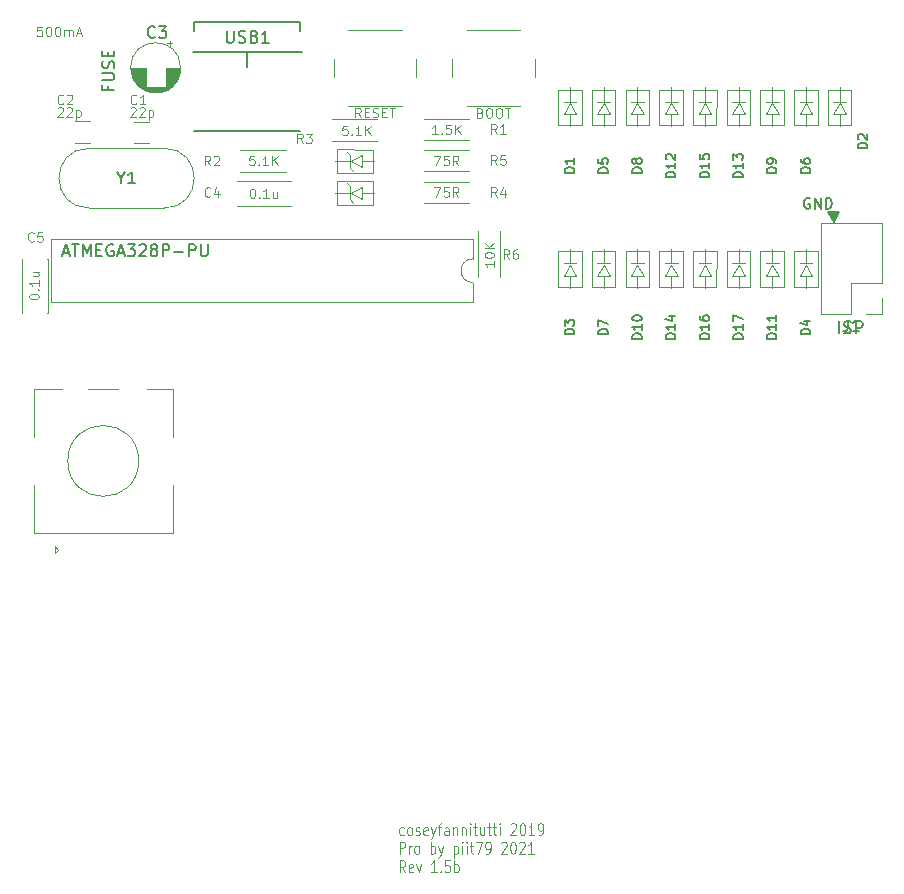
<source format=gto>
G04 #@! TF.GenerationSoftware,KiCad,Pcbnew,5.1.10-88a1d61d58~90~ubuntu21.04.1*
G04 #@! TF.CreationDate,2021-08-17T10:31:51+02:00*
G04 #@! TF.ProjectId,discipad-pro,64697363-6970-4616-942d-70726f2e6b69,rev?*
G04 #@! TF.SameCoordinates,Original*
G04 #@! TF.FileFunction,Legend,Top*
G04 #@! TF.FilePolarity,Positive*
%FSLAX46Y46*%
G04 Gerber Fmt 4.6, Leading zero omitted, Abs format (unit mm)*
G04 Created by KiCad (PCBNEW 5.1.10-88a1d61d58~90~ubuntu21.04.1) date 2021-08-17 10:31:51*
%MOMM*%
%LPD*%
G01*
G04 APERTURE LIST*
%ADD10C,0.150000*%
%ADD11C,0.120000*%
%ADD12C,0.100000*%
%ADD13C,0.075000*%
%ADD14C,0.010000*%
%ADD15C,0.400000*%
%ADD16C,2.102000*%
%ADD17O,1.802000X1.802000*%
%ADD18C,3.150000*%
%ADD19C,4.089800*%
%ADD20C,4.082180*%
%ADD21C,3.052000*%
%ADD22C,1.802000*%
%ADD23O,1.702000X1.702000*%
%ADD24C,1.502000*%
%ADD25C,4.502000*%
%ADD26C,1.702000*%
%ADD27C,1.302000*%
%ADD28O,1.502000X1.502000*%
%ADD29O,1.002000X1.802000*%
%ADD30O,1.002000X2.502000*%
%ADD31O,0.752000X1.102000*%
%ADD32C,1.602000*%
G04 APERTURE END LIST*
D10*
X177500009Y-41396920D02*
X177500009Y-40396920D01*
X177928580Y-41349301D02*
X178071438Y-41396920D01*
X178309533Y-41396920D01*
X178404771Y-41349301D01*
X178452390Y-41301682D01*
X178500009Y-41206444D01*
X178500009Y-41111206D01*
X178452390Y-41015968D01*
X178404771Y-40968349D01*
X178309533Y-40920730D01*
X178119057Y-40873111D01*
X178023819Y-40825492D01*
X177976200Y-40777873D01*
X177928580Y-40682635D01*
X177928580Y-40587397D01*
X177976200Y-40492159D01*
X178023819Y-40444540D01*
X178119057Y-40396920D01*
X178357152Y-40396920D01*
X178500009Y-40444540D01*
X178928580Y-41396920D02*
X178928580Y-40396920D01*
X179309533Y-40396920D01*
X179404771Y-40444540D01*
X179452390Y-40492159D01*
X179500009Y-40587397D01*
X179500009Y-40730254D01*
X179452390Y-40825492D01*
X179404771Y-40873111D01*
X179309533Y-40920730D01*
X178928580Y-40920730D01*
G36*
X177058889Y-31968237D02*
G01*
X176533959Y-31180842D01*
X177531326Y-31180842D01*
X177058889Y-31968237D01*
G37*
X177058889Y-31968237D02*
X176533959Y-31180842D01*
X177531326Y-31180842D01*
X177058889Y-31968237D01*
X175008356Y-29995940D02*
X174922642Y-29953082D01*
X174794071Y-29953082D01*
X174665499Y-29995940D01*
X174579785Y-30081654D01*
X174536928Y-30167368D01*
X174494071Y-30338797D01*
X174494071Y-30467368D01*
X174536928Y-30638797D01*
X174579785Y-30724511D01*
X174665499Y-30810225D01*
X174794071Y-30853082D01*
X174879785Y-30853082D01*
X175008356Y-30810225D01*
X175051213Y-30767368D01*
X175051213Y-30467368D01*
X174879785Y-30467368D01*
X175436928Y-30853082D02*
X175436928Y-29953082D01*
X175951213Y-30853082D01*
X175951213Y-29953082D01*
X176379785Y-30853082D02*
X176379785Y-29953082D01*
X176594071Y-29953082D01*
X176722642Y-29995940D01*
X176808356Y-30081654D01*
X176851213Y-30167368D01*
X176894071Y-30338797D01*
X176894071Y-30467368D01*
X176851213Y-30638797D01*
X176808356Y-30724511D01*
X176722642Y-30810225D01*
X176594071Y-30853082D01*
X176379785Y-30853082D01*
D11*
X136064831Y-26291931D02*
X135802366Y-26029466D01*
X136324321Y-30340954D02*
X136061856Y-30078489D01*
X136061856Y-28976136D02*
X135799391Y-28713671D01*
X136324321Y-27663811D02*
X136061856Y-27401346D01*
D10*
X111793661Y-34585231D02*
X112269852Y-34585231D01*
X111698423Y-34870945D02*
X112031757Y-33870945D01*
X112365090Y-34870945D01*
X112555566Y-33870945D02*
X113126995Y-33870945D01*
X112841280Y-34870945D02*
X112841280Y-33870945D01*
X113460328Y-34870945D02*
X113460328Y-33870945D01*
X113793661Y-34585231D01*
X114126995Y-33870945D01*
X114126995Y-34870945D01*
X114603185Y-34347136D02*
X114936519Y-34347136D01*
X115079376Y-34870945D02*
X114603185Y-34870945D01*
X114603185Y-33870945D01*
X115079376Y-33870945D01*
X116031757Y-33918565D02*
X115936519Y-33870945D01*
X115793661Y-33870945D01*
X115650804Y-33918565D01*
X115555566Y-34013803D01*
X115507947Y-34109041D01*
X115460328Y-34299517D01*
X115460328Y-34442374D01*
X115507947Y-34632850D01*
X115555566Y-34728088D01*
X115650804Y-34823326D01*
X115793661Y-34870945D01*
X115888899Y-34870945D01*
X116031757Y-34823326D01*
X116079376Y-34775707D01*
X116079376Y-34442374D01*
X115888899Y-34442374D01*
X116460328Y-34585231D02*
X116936519Y-34585231D01*
X116365090Y-34870945D02*
X116698423Y-33870945D01*
X117031757Y-34870945D01*
X117269852Y-33870945D02*
X117888899Y-33870945D01*
X117555566Y-34251898D01*
X117698423Y-34251898D01*
X117793661Y-34299517D01*
X117841280Y-34347136D01*
X117888899Y-34442374D01*
X117888899Y-34680469D01*
X117841280Y-34775707D01*
X117793661Y-34823326D01*
X117698423Y-34870945D01*
X117412709Y-34870945D01*
X117317471Y-34823326D01*
X117269852Y-34775707D01*
X118269852Y-33966184D02*
X118317471Y-33918565D01*
X118412709Y-33870945D01*
X118650804Y-33870945D01*
X118746042Y-33918565D01*
X118793661Y-33966184D01*
X118841280Y-34061422D01*
X118841280Y-34156660D01*
X118793661Y-34299517D01*
X118222233Y-34870945D01*
X118841280Y-34870945D01*
X119412709Y-34299517D02*
X119317471Y-34251898D01*
X119269852Y-34204279D01*
X119222233Y-34109041D01*
X119222233Y-34061422D01*
X119269852Y-33966184D01*
X119317471Y-33918565D01*
X119412709Y-33870945D01*
X119603185Y-33870945D01*
X119698423Y-33918565D01*
X119746042Y-33966184D01*
X119793661Y-34061422D01*
X119793661Y-34109041D01*
X119746042Y-34204279D01*
X119698423Y-34251898D01*
X119603185Y-34299517D01*
X119412709Y-34299517D01*
X119317471Y-34347136D01*
X119269852Y-34394755D01*
X119222233Y-34489993D01*
X119222233Y-34680469D01*
X119269852Y-34775707D01*
X119317471Y-34823326D01*
X119412709Y-34870945D01*
X119603185Y-34870945D01*
X119698423Y-34823326D01*
X119746042Y-34775707D01*
X119793661Y-34680469D01*
X119793661Y-34489993D01*
X119746042Y-34394755D01*
X119698423Y-34347136D01*
X119603185Y-34299517D01*
X120222233Y-34870945D02*
X120222233Y-33870945D01*
X120603185Y-33870945D01*
X120698423Y-33918565D01*
X120746042Y-33966184D01*
X120793661Y-34061422D01*
X120793661Y-34204279D01*
X120746042Y-34299517D01*
X120698423Y-34347136D01*
X120603185Y-34394755D01*
X120222233Y-34394755D01*
X121222233Y-34489993D02*
X121984138Y-34489993D01*
X122460328Y-34870945D02*
X122460328Y-33870945D01*
X122841280Y-33870945D01*
X122936519Y-33918565D01*
X122984138Y-33966184D01*
X123031757Y-34061422D01*
X123031757Y-34204279D01*
X122984138Y-34299517D01*
X122936519Y-34347136D01*
X122841280Y-34394755D01*
X122460328Y-34394755D01*
X123460328Y-33870945D02*
X123460328Y-34680469D01*
X123507947Y-34775707D01*
X123555566Y-34823326D01*
X123650804Y-34870945D01*
X123841280Y-34870945D01*
X123936519Y-34823326D01*
X123984138Y-34775707D01*
X124031757Y-34680469D01*
X124031757Y-33870945D01*
D12*
X147122344Y-22725252D02*
X147236630Y-22763347D01*
X147274725Y-22801442D01*
X147312820Y-22877633D01*
X147312820Y-22991918D01*
X147274725Y-23068109D01*
X147236630Y-23106204D01*
X147160439Y-23144299D01*
X146855678Y-23144299D01*
X146855678Y-22344299D01*
X147122344Y-22344299D01*
X147198535Y-22382395D01*
X147236630Y-22420490D01*
X147274725Y-22496680D01*
X147274725Y-22572871D01*
X147236630Y-22649061D01*
X147198535Y-22687156D01*
X147122344Y-22725252D01*
X146855678Y-22725252D01*
X147808059Y-22344299D02*
X147960439Y-22344299D01*
X148036630Y-22382395D01*
X148112820Y-22458585D01*
X148150916Y-22610966D01*
X148150916Y-22877633D01*
X148112820Y-23030014D01*
X148036630Y-23106204D01*
X147960439Y-23144299D01*
X147808059Y-23144299D01*
X147731868Y-23106204D01*
X147655678Y-23030014D01*
X147617582Y-22877633D01*
X147617582Y-22610966D01*
X147655678Y-22458585D01*
X147731868Y-22382395D01*
X147808059Y-22344299D01*
X148646154Y-22344299D02*
X148798535Y-22344299D01*
X148874725Y-22382395D01*
X148950916Y-22458585D01*
X148989011Y-22610966D01*
X148989011Y-22877633D01*
X148950916Y-23030014D01*
X148874725Y-23106204D01*
X148798535Y-23144299D01*
X148646154Y-23144299D01*
X148569963Y-23106204D01*
X148493773Y-23030014D01*
X148455678Y-22877633D01*
X148455678Y-22610966D01*
X148493773Y-22458585D01*
X148569963Y-22382395D01*
X148646154Y-22344299D01*
X149217582Y-22344299D02*
X149674725Y-22344299D01*
X149446154Y-23144299D02*
X149446154Y-22344299D01*
X137002302Y-23126801D02*
X136735635Y-22745849D01*
X136545159Y-23126801D02*
X136545159Y-22326801D01*
X136849921Y-22326801D01*
X136926111Y-22364897D01*
X136964207Y-22402992D01*
X137002302Y-22479182D01*
X137002302Y-22593468D01*
X136964207Y-22669658D01*
X136926111Y-22707754D01*
X136849921Y-22745849D01*
X136545159Y-22745849D01*
X137345159Y-22707754D02*
X137611826Y-22707754D01*
X137726111Y-23126801D02*
X137345159Y-23126801D01*
X137345159Y-22326801D01*
X137726111Y-22326801D01*
X138030873Y-23088706D02*
X138145159Y-23126801D01*
X138335635Y-23126801D01*
X138411826Y-23088706D01*
X138449921Y-23050611D01*
X138488016Y-22974420D01*
X138488016Y-22898230D01*
X138449921Y-22822039D01*
X138411826Y-22783944D01*
X138335635Y-22745849D01*
X138183254Y-22707754D01*
X138107064Y-22669658D01*
X138068968Y-22631563D01*
X138030873Y-22555373D01*
X138030873Y-22479182D01*
X138068968Y-22402992D01*
X138107064Y-22364897D01*
X138183254Y-22326801D01*
X138373730Y-22326801D01*
X138488016Y-22364897D01*
X138830873Y-22707754D02*
X139097540Y-22707754D01*
X139211826Y-23126801D02*
X138830873Y-23126801D01*
X138830873Y-22326801D01*
X139211826Y-22326801D01*
X139440397Y-22326801D02*
X139897540Y-22326801D01*
X139668968Y-23126801D02*
X139668968Y-22326801D01*
D13*
X140639376Y-83845254D02*
X140563185Y-83892873D01*
X140410804Y-83892873D01*
X140334614Y-83845254D01*
X140296519Y-83797635D01*
X140258423Y-83702397D01*
X140258423Y-83416683D01*
X140296519Y-83321445D01*
X140334614Y-83273826D01*
X140410804Y-83226207D01*
X140563185Y-83226207D01*
X140639376Y-83273826D01*
X141096519Y-83892873D02*
X141020328Y-83845254D01*
X140982233Y-83797635D01*
X140944138Y-83702397D01*
X140944138Y-83416683D01*
X140982233Y-83321445D01*
X141020328Y-83273826D01*
X141096519Y-83226207D01*
X141210804Y-83226207D01*
X141286995Y-83273826D01*
X141325090Y-83321445D01*
X141363185Y-83416683D01*
X141363185Y-83702397D01*
X141325090Y-83797635D01*
X141286995Y-83845254D01*
X141210804Y-83892873D01*
X141096519Y-83892873D01*
X141667947Y-83845254D02*
X141744138Y-83892873D01*
X141896519Y-83892873D01*
X141972709Y-83845254D01*
X142010804Y-83750016D01*
X142010804Y-83702397D01*
X141972709Y-83607159D01*
X141896519Y-83559540D01*
X141782233Y-83559540D01*
X141706043Y-83511921D01*
X141667947Y-83416683D01*
X141667947Y-83369064D01*
X141706043Y-83273826D01*
X141782233Y-83226207D01*
X141896519Y-83226207D01*
X141972709Y-83273826D01*
X142658423Y-83845254D02*
X142582233Y-83892873D01*
X142429852Y-83892873D01*
X142353662Y-83845254D01*
X142315566Y-83750016D01*
X142315566Y-83369064D01*
X142353662Y-83273826D01*
X142429852Y-83226207D01*
X142582233Y-83226207D01*
X142658423Y-83273826D01*
X142696519Y-83369064D01*
X142696519Y-83464302D01*
X142315566Y-83559540D01*
X142963185Y-83226207D02*
X143153662Y-83892873D01*
X143344138Y-83226207D02*
X143153662Y-83892873D01*
X143077471Y-84130969D01*
X143039376Y-84178588D01*
X142963185Y-84226207D01*
X143534614Y-83226207D02*
X143839376Y-83226207D01*
X143648900Y-83892873D02*
X143648900Y-83035731D01*
X143686995Y-82940493D01*
X143763185Y-82892873D01*
X143839376Y-82892873D01*
X144448900Y-83892873D02*
X144448900Y-83369064D01*
X144410804Y-83273826D01*
X144334614Y-83226207D01*
X144182233Y-83226207D01*
X144106043Y-83273826D01*
X144448900Y-83845254D02*
X144372709Y-83892873D01*
X144182233Y-83892873D01*
X144106043Y-83845254D01*
X144067947Y-83750016D01*
X144067947Y-83654778D01*
X144106043Y-83559540D01*
X144182233Y-83511921D01*
X144372709Y-83511921D01*
X144448900Y-83464302D01*
X144829852Y-83226207D02*
X144829852Y-83892873D01*
X144829852Y-83321445D02*
X144867947Y-83273826D01*
X144944138Y-83226207D01*
X145058423Y-83226207D01*
X145134614Y-83273826D01*
X145172709Y-83369064D01*
X145172709Y-83892873D01*
X145553662Y-83226207D02*
X145553662Y-83892873D01*
X145553662Y-83321445D02*
X145591757Y-83273826D01*
X145667947Y-83226207D01*
X145782233Y-83226207D01*
X145858423Y-83273826D01*
X145896519Y-83369064D01*
X145896519Y-83892873D01*
X146277471Y-83892873D02*
X146277471Y-83226207D01*
X146277471Y-82892873D02*
X146239376Y-82940493D01*
X146277471Y-82988112D01*
X146315566Y-82940493D01*
X146277471Y-82892873D01*
X146277471Y-82988112D01*
X146544138Y-83226207D02*
X146848900Y-83226207D01*
X146658423Y-82892873D02*
X146658423Y-83750016D01*
X146696519Y-83845254D01*
X146772709Y-83892873D01*
X146848900Y-83892873D01*
X147458423Y-83226207D02*
X147458423Y-83892873D01*
X147115566Y-83226207D02*
X147115566Y-83750016D01*
X147153662Y-83845254D01*
X147229852Y-83892873D01*
X147344138Y-83892873D01*
X147420328Y-83845254D01*
X147458423Y-83797635D01*
X147725090Y-83226207D02*
X148029852Y-83226207D01*
X147839376Y-82892873D02*
X147839376Y-83750016D01*
X147877471Y-83845254D01*
X147953662Y-83892873D01*
X148029852Y-83892873D01*
X148182233Y-83226207D02*
X148486995Y-83226207D01*
X148296519Y-82892873D02*
X148296519Y-83750016D01*
X148334614Y-83845254D01*
X148410804Y-83892873D01*
X148486995Y-83892873D01*
X148753662Y-83892873D02*
X148753662Y-83226207D01*
X148753662Y-82892873D02*
X148715566Y-82940493D01*
X148753662Y-82988112D01*
X148791757Y-82940493D01*
X148753662Y-82892873D01*
X148753662Y-82988112D01*
X149706043Y-82988112D02*
X149744138Y-82940493D01*
X149820328Y-82892873D01*
X150010804Y-82892873D01*
X150086995Y-82940493D01*
X150125090Y-82988112D01*
X150163185Y-83083350D01*
X150163185Y-83178588D01*
X150125090Y-83321445D01*
X149667947Y-83892873D01*
X150163185Y-83892873D01*
X150658423Y-82892873D02*
X150734614Y-82892873D01*
X150810804Y-82940493D01*
X150848900Y-82988112D01*
X150886995Y-83083350D01*
X150925090Y-83273826D01*
X150925090Y-83511921D01*
X150886995Y-83702397D01*
X150848900Y-83797635D01*
X150810804Y-83845254D01*
X150734614Y-83892873D01*
X150658423Y-83892873D01*
X150582233Y-83845254D01*
X150544138Y-83797635D01*
X150506043Y-83702397D01*
X150467947Y-83511921D01*
X150467947Y-83273826D01*
X150506043Y-83083350D01*
X150544138Y-82988112D01*
X150582233Y-82940493D01*
X150658423Y-82892873D01*
X151686995Y-83892873D02*
X151229852Y-83892873D01*
X151458423Y-83892873D02*
X151458423Y-82892873D01*
X151382233Y-83035731D01*
X151306043Y-83130969D01*
X151229852Y-83178588D01*
X152067947Y-83892873D02*
X152220328Y-83892873D01*
X152296519Y-83845254D01*
X152334614Y-83797635D01*
X152410804Y-83654778D01*
X152448900Y-83464302D01*
X152448900Y-83083350D01*
X152410804Y-82988112D01*
X152372709Y-82940493D01*
X152296519Y-82892873D01*
X152144138Y-82892873D01*
X152067947Y-82940493D01*
X152029852Y-82988112D01*
X151991757Y-83083350D01*
X151991757Y-83321445D01*
X152029852Y-83416683D01*
X152067947Y-83464302D01*
X152144138Y-83511921D01*
X152296519Y-83511921D01*
X152372709Y-83464302D01*
X152410804Y-83416683D01*
X152448900Y-83321445D01*
X140296519Y-85467873D02*
X140296519Y-84467873D01*
X140601281Y-84467873D01*
X140677471Y-84515493D01*
X140715566Y-84563112D01*
X140753662Y-84658350D01*
X140753662Y-84801207D01*
X140715566Y-84896445D01*
X140677471Y-84944064D01*
X140601281Y-84991683D01*
X140296519Y-84991683D01*
X141096519Y-85467873D02*
X141096519Y-84801207D01*
X141096519Y-84991683D02*
X141134614Y-84896445D01*
X141172709Y-84848826D01*
X141248900Y-84801207D01*
X141325090Y-84801207D01*
X141706043Y-85467873D02*
X141629852Y-85420254D01*
X141591757Y-85372635D01*
X141553662Y-85277397D01*
X141553662Y-84991683D01*
X141591757Y-84896445D01*
X141629852Y-84848826D01*
X141706043Y-84801207D01*
X141820328Y-84801207D01*
X141896519Y-84848826D01*
X141934614Y-84896445D01*
X141972709Y-84991683D01*
X141972709Y-85277397D01*
X141934614Y-85372635D01*
X141896519Y-85420254D01*
X141820328Y-85467873D01*
X141706043Y-85467873D01*
X142925090Y-85467873D02*
X142925090Y-84467873D01*
X142925090Y-84848826D02*
X143001281Y-84801207D01*
X143153662Y-84801207D01*
X143229852Y-84848826D01*
X143267947Y-84896445D01*
X143306043Y-84991683D01*
X143306043Y-85277397D01*
X143267947Y-85372635D01*
X143229852Y-85420254D01*
X143153662Y-85467873D01*
X143001281Y-85467873D01*
X142925090Y-85420254D01*
X143572709Y-84801207D02*
X143763185Y-85467873D01*
X143953662Y-84801207D02*
X143763185Y-85467873D01*
X143686995Y-85705969D01*
X143648900Y-85753588D01*
X143572709Y-85801207D01*
X144867947Y-84801207D02*
X144867947Y-85801207D01*
X144867947Y-84848826D02*
X144944138Y-84801207D01*
X145096519Y-84801207D01*
X145172709Y-84848826D01*
X145210804Y-84896445D01*
X145248900Y-84991683D01*
X145248900Y-85277397D01*
X145210804Y-85372635D01*
X145172709Y-85420254D01*
X145096519Y-85467873D01*
X144944138Y-85467873D01*
X144867947Y-85420254D01*
X145591757Y-85467873D02*
X145591757Y-84801207D01*
X145591757Y-84467873D02*
X145553662Y-84515493D01*
X145591757Y-84563112D01*
X145629852Y-84515493D01*
X145591757Y-84467873D01*
X145591757Y-84563112D01*
X145972709Y-85467873D02*
X145972709Y-84801207D01*
X145972709Y-84467873D02*
X145934614Y-84515493D01*
X145972709Y-84563112D01*
X146010804Y-84515493D01*
X145972709Y-84467873D01*
X145972709Y-84563112D01*
X146239376Y-84801207D02*
X146544138Y-84801207D01*
X146353662Y-84467873D02*
X146353662Y-85325016D01*
X146391757Y-85420254D01*
X146467947Y-85467873D01*
X146544138Y-85467873D01*
X146734614Y-84467873D02*
X147267947Y-84467873D01*
X146925090Y-85467873D01*
X147610804Y-85467873D02*
X147763185Y-85467873D01*
X147839376Y-85420254D01*
X147877471Y-85372635D01*
X147953662Y-85229778D01*
X147991757Y-85039302D01*
X147991757Y-84658350D01*
X147953662Y-84563112D01*
X147915566Y-84515493D01*
X147839376Y-84467873D01*
X147686995Y-84467873D01*
X147610804Y-84515493D01*
X147572709Y-84563112D01*
X147534614Y-84658350D01*
X147534614Y-84896445D01*
X147572709Y-84991683D01*
X147610804Y-85039302D01*
X147686995Y-85086921D01*
X147839376Y-85086921D01*
X147915566Y-85039302D01*
X147953662Y-84991683D01*
X147991757Y-84896445D01*
X148906043Y-84563112D02*
X148944138Y-84515493D01*
X149020328Y-84467873D01*
X149210804Y-84467873D01*
X149286995Y-84515493D01*
X149325090Y-84563112D01*
X149363185Y-84658350D01*
X149363185Y-84753588D01*
X149325090Y-84896445D01*
X148867947Y-85467873D01*
X149363185Y-85467873D01*
X149858423Y-84467873D02*
X149934614Y-84467873D01*
X150010804Y-84515493D01*
X150048900Y-84563112D01*
X150086995Y-84658350D01*
X150125090Y-84848826D01*
X150125090Y-85086921D01*
X150086995Y-85277397D01*
X150048900Y-85372635D01*
X150010804Y-85420254D01*
X149934614Y-85467873D01*
X149858423Y-85467873D01*
X149782233Y-85420254D01*
X149744138Y-85372635D01*
X149706043Y-85277397D01*
X149667947Y-85086921D01*
X149667947Y-84848826D01*
X149706043Y-84658350D01*
X149744138Y-84563112D01*
X149782233Y-84515493D01*
X149858423Y-84467873D01*
X150429852Y-84563112D02*
X150467947Y-84515493D01*
X150544138Y-84467873D01*
X150734614Y-84467873D01*
X150810804Y-84515493D01*
X150848900Y-84563112D01*
X150886995Y-84658350D01*
X150886995Y-84753588D01*
X150848900Y-84896445D01*
X150391757Y-85467873D01*
X150886995Y-85467873D01*
X151648900Y-85467873D02*
X151191757Y-85467873D01*
X151420328Y-85467873D02*
X151420328Y-84467873D01*
X151344138Y-84610731D01*
X151267947Y-84705969D01*
X151191757Y-84753588D01*
X140753662Y-87042873D02*
X140486995Y-86566683D01*
X140296519Y-87042873D02*
X140296519Y-86042873D01*
X140601281Y-86042873D01*
X140677471Y-86090493D01*
X140715566Y-86138112D01*
X140753662Y-86233350D01*
X140753662Y-86376207D01*
X140715566Y-86471445D01*
X140677471Y-86519064D01*
X140601281Y-86566683D01*
X140296519Y-86566683D01*
X141401281Y-86995254D02*
X141325090Y-87042873D01*
X141172709Y-87042873D01*
X141096519Y-86995254D01*
X141058423Y-86900016D01*
X141058423Y-86519064D01*
X141096519Y-86423826D01*
X141172709Y-86376207D01*
X141325090Y-86376207D01*
X141401281Y-86423826D01*
X141439376Y-86519064D01*
X141439376Y-86614302D01*
X141058423Y-86709540D01*
X141706043Y-86376207D02*
X141896519Y-87042873D01*
X142086995Y-86376207D01*
X143420328Y-87042873D02*
X142963185Y-87042873D01*
X143191757Y-87042873D02*
X143191757Y-86042873D01*
X143115566Y-86185731D01*
X143039376Y-86280969D01*
X142963185Y-86328588D01*
X143763185Y-86947635D02*
X143801281Y-86995254D01*
X143763185Y-87042873D01*
X143725090Y-86995254D01*
X143763185Y-86947635D01*
X143763185Y-87042873D01*
X144525090Y-86042873D02*
X144144138Y-86042873D01*
X144106043Y-86519064D01*
X144144138Y-86471445D01*
X144220328Y-86423826D01*
X144410804Y-86423826D01*
X144486995Y-86471445D01*
X144525090Y-86519064D01*
X144563185Y-86614302D01*
X144563185Y-86852397D01*
X144525090Y-86947635D01*
X144486995Y-86995254D01*
X144410804Y-87042873D01*
X144220328Y-87042873D01*
X144144138Y-86995254D01*
X144106043Y-86947635D01*
X144906043Y-87042873D02*
X144906043Y-86042873D01*
X144906043Y-86423826D02*
X144982233Y-86376207D01*
X145134614Y-86376207D01*
X145210804Y-86423826D01*
X145248900Y-86471445D01*
X145286995Y-86566683D01*
X145286995Y-86852397D01*
X145248900Y-86947635D01*
X145210804Y-86995254D01*
X145134614Y-87042873D01*
X144982233Y-87042873D01*
X144906043Y-86995254D01*
D11*
X115201493Y-52717093D02*
X115201493Y-51717093D01*
X114701493Y-52217093D02*
X115701493Y-52217093D01*
X118701493Y-46117093D02*
X121101493Y-46117093D01*
X113901493Y-46117093D02*
X116501493Y-46117093D01*
X109301493Y-46117093D02*
X111701493Y-46117093D01*
X111101493Y-59417093D02*
X111401493Y-59717093D01*
X111101493Y-60017093D02*
X111101493Y-59417093D01*
X111401493Y-59717093D02*
X111101493Y-60017093D01*
X109301493Y-58317093D02*
X121101493Y-58317093D01*
X109301493Y-54217093D02*
X109301493Y-58317093D01*
X121101493Y-54217093D02*
X121101493Y-58317093D01*
X121101493Y-46117093D02*
X121101493Y-50217093D01*
X109301493Y-50217093D02*
X109301493Y-46117093D01*
X118201493Y-52217093D02*
G75*
G03*
X118201493Y-52217093I-3000000J0D01*
G01*
X181149591Y-32053393D02*
X175949591Y-32053393D01*
X181149591Y-37193393D02*
X181149591Y-32053393D01*
X175949591Y-39793393D02*
X175949591Y-32053393D01*
X181149591Y-37193393D02*
X178549591Y-37193393D01*
X178549591Y-37193393D02*
X178549591Y-39793393D01*
X178549591Y-39793393D02*
X175949591Y-39793393D01*
X181149591Y-38463393D02*
X181149591Y-39793393D01*
X181149591Y-39793393D02*
X179819591Y-39793393D01*
X145970929Y-22193091D02*
X150470929Y-22193091D01*
X144720929Y-18193091D02*
X144720929Y-19693091D01*
X150470929Y-15693091D02*
X145970929Y-15693091D01*
X151720929Y-19693091D02*
X151720929Y-18193091D01*
X177020923Y-21817330D02*
X178100923Y-21817330D01*
X177020923Y-22867330D02*
X178100923Y-22867330D01*
X177550923Y-21927330D02*
X177020923Y-22837330D01*
X177560923Y-21917330D02*
X178100923Y-22867330D01*
X176550923Y-20787330D02*
X178550923Y-20787330D01*
X177560923Y-20527330D02*
X177560923Y-21807330D01*
X177560923Y-23987330D02*
X177560923Y-22867330D01*
X176550923Y-23777330D02*
X178540923Y-23777330D01*
X178550923Y-20787330D02*
X178540923Y-23777330D01*
X176550923Y-20797330D02*
X176550923Y-23767330D01*
X174166610Y-35498743D02*
X175246610Y-35498743D01*
X174166610Y-36548743D02*
X175246610Y-36548743D01*
X174696610Y-35608743D02*
X174166610Y-36518743D01*
X174706610Y-35598743D02*
X175246610Y-36548743D01*
X173696610Y-34468743D02*
X175696610Y-34468743D01*
X174706610Y-34208743D02*
X174706610Y-35488743D01*
X174706610Y-37668743D02*
X174706610Y-36548743D01*
X173696610Y-37458743D02*
X175686610Y-37458743D01*
X175696610Y-34468743D02*
X175686610Y-37458743D01*
X173696610Y-34478743D02*
X173696610Y-37448743D01*
X171312297Y-35498743D02*
X172392297Y-35498743D01*
X171312297Y-36548743D02*
X172392297Y-36548743D01*
X171842297Y-35608743D02*
X171312297Y-36518743D01*
X171852297Y-35598743D02*
X172392297Y-36548743D01*
X170842297Y-34468743D02*
X172842297Y-34468743D01*
X171852297Y-34208743D02*
X171852297Y-35488743D01*
X171852297Y-37668743D02*
X171852297Y-36548743D01*
X170842297Y-37458743D02*
X172832297Y-37458743D01*
X172842297Y-34468743D02*
X172832297Y-37458743D01*
X170842297Y-34478743D02*
X170842297Y-37448743D01*
X168457991Y-35498743D02*
X169537991Y-35498743D01*
X168457991Y-36548743D02*
X169537991Y-36548743D01*
X168987991Y-35608743D02*
X168457991Y-36518743D01*
X168997991Y-35598743D02*
X169537991Y-36548743D01*
X167987991Y-34468743D02*
X169987991Y-34468743D01*
X168997991Y-34208743D02*
X168997991Y-35488743D01*
X168997991Y-37668743D02*
X168997991Y-36548743D01*
X167987991Y-37458743D02*
X169977991Y-37458743D01*
X169987991Y-34468743D02*
X169977991Y-37458743D01*
X167987991Y-34478743D02*
X167987991Y-37448743D01*
X165603685Y-35498743D02*
X166683685Y-35498743D01*
X165603685Y-36548743D02*
X166683685Y-36548743D01*
X166133685Y-35608743D02*
X165603685Y-36518743D01*
X166143685Y-35598743D02*
X166683685Y-36548743D01*
X165133685Y-34468743D02*
X167133685Y-34468743D01*
X166143685Y-34208743D02*
X166143685Y-35488743D01*
X166143685Y-37668743D02*
X166143685Y-36548743D01*
X165133685Y-37458743D02*
X167123685Y-37458743D01*
X167133685Y-34468743D02*
X167123685Y-37458743D01*
X165133685Y-34478743D02*
X165133685Y-37448743D01*
X162749379Y-35498743D02*
X163829379Y-35498743D01*
X162749379Y-36548743D02*
X163829379Y-36548743D01*
X163279379Y-35608743D02*
X162749379Y-36518743D01*
X163289379Y-35598743D02*
X163829379Y-36548743D01*
X162279379Y-34468743D02*
X164279379Y-34468743D01*
X163289379Y-34208743D02*
X163289379Y-35488743D01*
X163289379Y-37668743D02*
X163289379Y-36548743D01*
X162279379Y-37458743D02*
X164269379Y-37458743D01*
X164279379Y-34468743D02*
X164269379Y-37458743D01*
X162279379Y-34478743D02*
X162279379Y-37448743D01*
X159895073Y-35498743D02*
X160975073Y-35498743D01*
X159895073Y-36548743D02*
X160975073Y-36548743D01*
X160425073Y-35608743D02*
X159895073Y-36518743D01*
X160435073Y-35598743D02*
X160975073Y-36548743D01*
X159425073Y-34468743D02*
X161425073Y-34468743D01*
X160435073Y-34208743D02*
X160435073Y-35488743D01*
X160435073Y-37668743D02*
X160435073Y-36548743D01*
X159425073Y-37458743D02*
X161415073Y-37458743D01*
X161425073Y-34468743D02*
X161415073Y-37458743D01*
X159425073Y-34478743D02*
X159425073Y-37448743D01*
X157040767Y-35498743D02*
X158120767Y-35498743D01*
X157040767Y-36548743D02*
X158120767Y-36548743D01*
X157570767Y-35608743D02*
X157040767Y-36518743D01*
X157580767Y-35598743D02*
X158120767Y-36548743D01*
X156570767Y-34468743D02*
X158570767Y-34468743D01*
X157580767Y-34208743D02*
X157580767Y-35488743D01*
X157580767Y-37668743D02*
X157580767Y-36548743D01*
X156570767Y-37458743D02*
X158560767Y-37458743D01*
X158570767Y-34468743D02*
X158560767Y-37458743D01*
X156570767Y-34478743D02*
X156570767Y-37448743D01*
X154186461Y-35498743D02*
X155266461Y-35498743D01*
X154186461Y-36548743D02*
X155266461Y-36548743D01*
X154716461Y-35608743D02*
X154186461Y-36518743D01*
X154726461Y-35598743D02*
X155266461Y-36548743D01*
X153716461Y-34468743D02*
X155716461Y-34468743D01*
X154726461Y-34208743D02*
X154726461Y-35488743D01*
X154726461Y-37668743D02*
X154726461Y-36548743D01*
X153716461Y-37458743D02*
X155706461Y-37458743D01*
X155716461Y-34468743D02*
X155706461Y-37458743D01*
X153716461Y-34478743D02*
X153716461Y-37448743D01*
X174166610Y-21817330D02*
X175246610Y-21817330D01*
X174166610Y-22867330D02*
X175246610Y-22867330D01*
X174696610Y-21927330D02*
X174166610Y-22837330D01*
X174706610Y-21917330D02*
X175246610Y-22867330D01*
X173696610Y-20787330D02*
X175696610Y-20787330D01*
X174706610Y-20527330D02*
X174706610Y-21807330D01*
X174706610Y-23987330D02*
X174706610Y-22867330D01*
X173696610Y-23777330D02*
X175686610Y-23777330D01*
X175696610Y-20787330D02*
X175686610Y-23777330D01*
X173696610Y-20797330D02*
X173696610Y-23767330D01*
X171312297Y-21817330D02*
X172392297Y-21817330D01*
X171312297Y-22867330D02*
X172392297Y-22867330D01*
X171842297Y-21927330D02*
X171312297Y-22837330D01*
X171852297Y-21917330D02*
X172392297Y-22867330D01*
X170842297Y-20787330D02*
X172842297Y-20787330D01*
X171852297Y-20527330D02*
X171852297Y-21807330D01*
X171852297Y-23987330D02*
X171852297Y-22867330D01*
X170842297Y-23777330D02*
X172832297Y-23777330D01*
X172842297Y-20787330D02*
X172832297Y-23777330D01*
X170842297Y-20797330D02*
X170842297Y-23767330D01*
X168457991Y-21817330D02*
X169537991Y-21817330D01*
X168457991Y-22867330D02*
X169537991Y-22867330D01*
X168987991Y-21927330D02*
X168457991Y-22837330D01*
X168997991Y-21917330D02*
X169537991Y-22867330D01*
X167987991Y-20787330D02*
X169987991Y-20787330D01*
X168997991Y-20527330D02*
X168997991Y-21807330D01*
X168997991Y-23987330D02*
X168997991Y-22867330D01*
X167987991Y-23777330D02*
X169977991Y-23777330D01*
X169987991Y-20787330D02*
X169977991Y-23777330D01*
X167987991Y-20797330D02*
X167987991Y-23767330D01*
X165603685Y-21817330D02*
X166683685Y-21817330D01*
X165603685Y-22867330D02*
X166683685Y-22867330D01*
X166133685Y-21927330D02*
X165603685Y-22837330D01*
X166143685Y-21917330D02*
X166683685Y-22867330D01*
X165133685Y-20787330D02*
X167133685Y-20787330D01*
X166143685Y-20527330D02*
X166143685Y-21807330D01*
X166143685Y-23987330D02*
X166143685Y-22867330D01*
X165133685Y-23777330D02*
X167123685Y-23777330D01*
X167133685Y-20787330D02*
X167123685Y-23777330D01*
X165133685Y-20797330D02*
X165133685Y-23767330D01*
X162749379Y-21817330D02*
X163829379Y-21817330D01*
X162749379Y-22867330D02*
X163829379Y-22867330D01*
X163279379Y-21927330D02*
X162749379Y-22837330D01*
X163289379Y-21917330D02*
X163829379Y-22867330D01*
X162279379Y-20787330D02*
X164279379Y-20787330D01*
X163289379Y-20527330D02*
X163289379Y-21807330D01*
X163289379Y-23987330D02*
X163289379Y-22867330D01*
X162279379Y-23777330D02*
X164269379Y-23777330D01*
X164279379Y-20787330D02*
X164269379Y-23777330D01*
X162279379Y-20797330D02*
X162279379Y-23767330D01*
X159895073Y-21817330D02*
X160975073Y-21817330D01*
X159895073Y-22867330D02*
X160975073Y-22867330D01*
X160425073Y-21927330D02*
X159895073Y-22837330D01*
X160435073Y-21917330D02*
X160975073Y-22867330D01*
X159425073Y-20787330D02*
X161425073Y-20787330D01*
X160435073Y-20527330D02*
X160435073Y-21807330D01*
X160435073Y-23987330D02*
X160435073Y-22867330D01*
X159425073Y-23777330D02*
X161415073Y-23777330D01*
X161425073Y-20787330D02*
X161415073Y-23777330D01*
X159425073Y-20797330D02*
X159425073Y-23767330D01*
X157040767Y-21817330D02*
X158120767Y-21817330D01*
X157040767Y-22867330D02*
X158120767Y-22867330D01*
X157570767Y-21927330D02*
X157040767Y-22837330D01*
X157580767Y-21917330D02*
X158120767Y-22867330D01*
X156570767Y-20787330D02*
X158570767Y-20787330D01*
X157580767Y-20527330D02*
X157580767Y-21807330D01*
X157580767Y-23987330D02*
X157580767Y-22867330D01*
X156570767Y-23777330D02*
X158560767Y-23777330D01*
X158570767Y-20787330D02*
X158560767Y-23777330D01*
X156570767Y-20797330D02*
X156570767Y-23767330D01*
X154186461Y-21817330D02*
X155266461Y-21817330D01*
X154186461Y-22867330D02*
X155266461Y-22867330D01*
X154716461Y-21927330D02*
X154186461Y-22837330D01*
X154726461Y-21917330D02*
X155266461Y-22867330D01*
X153716461Y-20787330D02*
X155716461Y-20787330D01*
X154726461Y-20527330D02*
X154726461Y-21807330D01*
X154726461Y-23987330D02*
X154726461Y-22867330D01*
X153716461Y-23777330D02*
X155706461Y-23777330D01*
X155716461Y-20787330D02*
X155706461Y-23777330D01*
X153716461Y-20797330D02*
X153716461Y-23767330D01*
X136064831Y-30066623D02*
X136064831Y-28986623D01*
X137114831Y-30066623D02*
X137114831Y-28986623D01*
X136174831Y-29536623D02*
X137084831Y-30066623D01*
X136164831Y-29526623D02*
X137114831Y-28986623D01*
X135034831Y-30536623D02*
X135034831Y-28536623D01*
X134774831Y-29526623D02*
X136054831Y-29526623D01*
X138234831Y-29526623D02*
X137114831Y-29526623D01*
X138024831Y-30536623D02*
X138024831Y-28546623D01*
X135034831Y-28536623D02*
X138024831Y-28546623D01*
X135044831Y-30536623D02*
X138014831Y-30536623D01*
X136064831Y-27371931D02*
X136064831Y-26291931D01*
X137114831Y-27371931D02*
X137114831Y-26291931D01*
X136174831Y-26841931D02*
X137084831Y-27371931D01*
X136164831Y-26831931D02*
X137114831Y-26291931D01*
X135034831Y-27841931D02*
X135034831Y-25841931D01*
X134774831Y-26831931D02*
X136054831Y-26831931D01*
X138234831Y-26831931D02*
X137114831Y-26831931D01*
X138024831Y-27841931D02*
X138024831Y-25851931D01*
X135034831Y-25841931D02*
X138024831Y-25851931D01*
X135044831Y-27841931D02*
X138014831Y-27841931D01*
X117840101Y-25329709D02*
X119098101Y-25329709D01*
X117840101Y-23489709D02*
X119098101Y-23489709D01*
X114043393Y-25312211D02*
X112785393Y-25312211D01*
X114043393Y-23472211D02*
X112785393Y-23472211D01*
X121028825Y-16860620D02*
X120628825Y-16860620D01*
X120828825Y-16660620D02*
X120828825Y-17060620D01*
X120003825Y-21011421D02*
X119263825Y-21011421D01*
X120170825Y-20971421D02*
X119096825Y-20971421D01*
X120297825Y-20931421D02*
X118969825Y-20931421D01*
X120401825Y-20891421D02*
X118865825Y-20891421D01*
X120492825Y-20851421D02*
X118774825Y-20851421D01*
X120573825Y-20811421D02*
X118693825Y-20811421D01*
X120646825Y-20771421D02*
X118620825Y-20771421D01*
X120713825Y-20731421D02*
X118553825Y-20731421D01*
X120775825Y-20691421D02*
X118491825Y-20691421D01*
X120833825Y-20651421D02*
X118433825Y-20651421D01*
X120887825Y-20611421D02*
X118379825Y-20611421D01*
X120937825Y-20571421D02*
X118329825Y-20571421D01*
X120984825Y-20531421D02*
X118282825Y-20531421D01*
X118793825Y-20491421D02*
X118237825Y-20491421D01*
X121029825Y-20491421D02*
X120473825Y-20491421D01*
X118793825Y-20451421D02*
X118195825Y-20451421D01*
X121071825Y-20451421D02*
X120473825Y-20451421D01*
X118793825Y-20411421D02*
X118155825Y-20411421D01*
X121111825Y-20411421D02*
X120473825Y-20411421D01*
X118793825Y-20371421D02*
X118117825Y-20371421D01*
X121149825Y-20371421D02*
X120473825Y-20371421D01*
X118793825Y-20331421D02*
X118081825Y-20331421D01*
X121185825Y-20331421D02*
X120473825Y-20331421D01*
X118793825Y-20291421D02*
X118046825Y-20291421D01*
X121220825Y-20291421D02*
X120473825Y-20291421D01*
X118793825Y-20251421D02*
X118014825Y-20251421D01*
X121252825Y-20251421D02*
X120473825Y-20251421D01*
X118793825Y-20211421D02*
X117983825Y-20211421D01*
X121283825Y-20211421D02*
X120473825Y-20211421D01*
X118793825Y-20171421D02*
X117953825Y-20171421D01*
X121313825Y-20171421D02*
X120473825Y-20171421D01*
X118793825Y-20131421D02*
X117925825Y-20131421D01*
X121341825Y-20131421D02*
X120473825Y-20131421D01*
X118793825Y-20091421D02*
X117898825Y-20091421D01*
X121368825Y-20091421D02*
X120473825Y-20091421D01*
X118793825Y-20051421D02*
X117873825Y-20051421D01*
X121393825Y-20051421D02*
X120473825Y-20051421D01*
X118793825Y-20011421D02*
X117848825Y-20011421D01*
X121418825Y-20011421D02*
X120473825Y-20011421D01*
X118793825Y-19971421D02*
X117825825Y-19971421D01*
X121441825Y-19971421D02*
X120473825Y-19971421D01*
X118793825Y-19931421D02*
X117803825Y-19931421D01*
X121463825Y-19931421D02*
X120473825Y-19931421D01*
X118793825Y-19891421D02*
X117782825Y-19891421D01*
X121484825Y-19891421D02*
X120473825Y-19891421D01*
X118793825Y-19851421D02*
X117763825Y-19851421D01*
X121503825Y-19851421D02*
X120473825Y-19851421D01*
X118793825Y-19811421D02*
X117744825Y-19811421D01*
X121522825Y-19811421D02*
X120473825Y-19811421D01*
X118793825Y-19771421D02*
X117726825Y-19771421D01*
X121540825Y-19771421D02*
X120473825Y-19771421D01*
X118793825Y-19731421D02*
X117709825Y-19731421D01*
X121557825Y-19731421D02*
X120473825Y-19731421D01*
X118793825Y-19691421D02*
X117693825Y-19691421D01*
X121573825Y-19691421D02*
X120473825Y-19691421D01*
X118793825Y-19651421D02*
X117679825Y-19651421D01*
X121587825Y-19651421D02*
X120473825Y-19651421D01*
X118793825Y-19610421D02*
X117665825Y-19610421D01*
X121601825Y-19610421D02*
X120473825Y-19610421D01*
X118793825Y-19570421D02*
X117651825Y-19570421D01*
X121615825Y-19570421D02*
X120473825Y-19570421D01*
X118793825Y-19530421D02*
X117639825Y-19530421D01*
X121627825Y-19530421D02*
X120473825Y-19530421D01*
X118793825Y-19490421D02*
X117628825Y-19490421D01*
X121638825Y-19490421D02*
X120473825Y-19490421D01*
X118793825Y-19450421D02*
X117617825Y-19450421D01*
X121649825Y-19450421D02*
X120473825Y-19450421D01*
X118793825Y-19410421D02*
X117608825Y-19410421D01*
X121658825Y-19410421D02*
X120473825Y-19410421D01*
X118793825Y-19370421D02*
X117599825Y-19370421D01*
X121667825Y-19370421D02*
X120473825Y-19370421D01*
X118793825Y-19330421D02*
X117591825Y-19330421D01*
X121675825Y-19330421D02*
X120473825Y-19330421D01*
X118793825Y-19290421D02*
X117583825Y-19290421D01*
X121683825Y-19290421D02*
X120473825Y-19290421D01*
X118793825Y-19250421D02*
X117577825Y-19250421D01*
X121689825Y-19250421D02*
X120473825Y-19250421D01*
X118793825Y-19210421D02*
X117571825Y-19210421D01*
X121695825Y-19210421D02*
X120473825Y-19210421D01*
X118793825Y-19170421D02*
X117566825Y-19170421D01*
X121700825Y-19170421D02*
X120473825Y-19170421D01*
X118793825Y-19130421D02*
X117562825Y-19130421D01*
X121704825Y-19130421D02*
X120473825Y-19130421D01*
X118793825Y-19090421D02*
X117559825Y-19090421D01*
X121707825Y-19090421D02*
X120473825Y-19090421D01*
X118793825Y-19050421D02*
X117556825Y-19050421D01*
X121710825Y-19050421D02*
X120473825Y-19050421D01*
X121712825Y-19010421D02*
X120473825Y-19010421D01*
X118793825Y-19010421D02*
X117554825Y-19010421D01*
X121713825Y-18970421D02*
X120473825Y-18970421D01*
X118793825Y-18970421D02*
X117553825Y-18970421D01*
X121713825Y-18930421D02*
X120473825Y-18930421D01*
X118793825Y-18930421D02*
X117553825Y-18930421D01*
X121753825Y-18930421D02*
G75*
G03*
X121753825Y-18930421I-2120000J0D01*
G01*
X131057493Y-30641619D02*
X126517493Y-30641619D01*
X131057493Y-28501619D02*
X126517493Y-28501619D01*
X131057493Y-30641619D02*
X131057493Y-30626619D01*
X131057493Y-28516619D02*
X131057493Y-28501619D01*
X126517493Y-30641619D02*
X126517493Y-30626619D01*
X126517493Y-28516619D02*
X126517493Y-28501619D01*
X108359993Y-39678509D02*
X108344993Y-39678509D01*
X110484993Y-39678509D02*
X110469993Y-39678509D01*
X108359993Y-35138509D02*
X108344993Y-35138509D01*
X110484993Y-35138509D02*
X110469993Y-35138509D01*
X108344993Y-35138509D02*
X108344993Y-39678509D01*
X110484993Y-35138509D02*
X110484993Y-39678509D01*
X146163959Y-25067239D02*
X142323959Y-25067239D01*
X146163959Y-23227239D02*
X142323959Y-23227239D01*
X126798077Y-27761931D02*
X130638077Y-27761931D01*
X126798077Y-25921931D02*
X130638077Y-25921931D01*
X134549691Y-25119733D02*
X138389691Y-25119733D01*
X134549691Y-23279733D02*
X138389691Y-23279733D01*
X142323959Y-28564129D02*
X146163959Y-28564129D01*
X142323959Y-30404129D02*
X146163959Y-30404129D01*
X146163959Y-27691939D02*
X142323959Y-27691939D01*
X146163959Y-25851939D02*
X142323959Y-25851939D01*
X148795597Y-36615743D02*
X148795597Y-32775743D01*
X146955597Y-36615743D02*
X146955597Y-32775743D01*
X141712073Y-19693091D02*
X141712073Y-18193091D01*
X140462073Y-15693091D02*
X135962073Y-15693091D01*
X134712073Y-18193091D02*
X134712073Y-19693091D01*
X135962073Y-22193091D02*
X140462073Y-22193091D01*
X146493407Y-38761307D02*
X146493407Y-37111307D01*
X110813407Y-38761307D02*
X146493407Y-38761307D01*
X110813407Y-33461307D02*
X110813407Y-38761307D01*
X146493407Y-33461307D02*
X110813407Y-33461307D01*
X146493407Y-35111307D02*
X146493407Y-33461307D01*
X146493407Y-37111307D02*
G75*
G02*
X146493407Y-35111307I0J1000000D01*
G01*
D10*
X132027937Y-17602987D02*
X122777937Y-17602987D01*
X131877937Y-24262987D02*
X122927937Y-24262987D01*
X122922937Y-15852987D02*
X122927937Y-15092987D01*
X131877937Y-15092987D02*
X122927937Y-15092987D01*
X131877937Y-15092987D02*
X131882937Y-15852987D01*
X127402937Y-17602987D02*
X127402937Y-18872987D01*
D11*
X120376327Y-25751767D02*
X113976327Y-25751767D01*
X120376327Y-30801767D02*
X113976327Y-30801767D01*
X120376327Y-25751767D02*
G75*
G02*
X120376327Y-30801767I0J-2525000D01*
G01*
X113976327Y-25751767D02*
G75*
G03*
X113976327Y-30801767I0J-2525000D01*
G01*
D10*
X178216257Y-40245773D02*
X178216257Y-40960059D01*
X178168638Y-41102916D01*
X178073400Y-41198154D01*
X177930543Y-41245773D01*
X177835305Y-41245773D01*
X179216257Y-41245773D02*
X178644829Y-41245773D01*
X178930543Y-41245773D02*
X178930543Y-40245773D01*
X178835305Y-40388631D01*
X178740067Y-40483869D01*
X178644829Y-40531488D01*
X179887964Y-25734623D02*
X179087964Y-25734623D01*
X179087964Y-25544147D01*
X179126060Y-25429861D01*
X179202250Y-25353670D01*
X179278440Y-25315575D01*
X179430821Y-25277480D01*
X179545107Y-25277480D01*
X179697488Y-25315575D01*
X179773679Y-25353670D01*
X179849869Y-25429861D01*
X179887964Y-25544147D01*
X179887964Y-25734623D01*
X179164155Y-24972718D02*
X179126060Y-24934623D01*
X179087964Y-24858432D01*
X179087964Y-24667956D01*
X179126060Y-24591766D01*
X179164155Y-24553670D01*
X179240345Y-24515575D01*
X179316536Y-24515575D01*
X179430821Y-24553670D01*
X179887964Y-25010813D01*
X179887964Y-24515575D01*
X175058514Y-41499219D02*
X174258514Y-41499219D01*
X174258514Y-41308743D01*
X174296610Y-41194457D01*
X174372800Y-41118266D01*
X174448990Y-41080171D01*
X174601371Y-41042076D01*
X174715657Y-41042076D01*
X174868038Y-41080171D01*
X174944229Y-41118266D01*
X175020419Y-41194457D01*
X175058514Y-41308743D01*
X175058514Y-41499219D01*
X174525181Y-40356362D02*
X175058514Y-40356362D01*
X174220419Y-40546838D02*
X174791848Y-40737314D01*
X174791848Y-40242076D01*
X172204201Y-41880171D02*
X171404201Y-41880171D01*
X171404201Y-41689695D01*
X171442297Y-41575409D01*
X171518487Y-41499219D01*
X171594677Y-41461123D01*
X171747058Y-41423028D01*
X171861344Y-41423028D01*
X172013725Y-41461123D01*
X172089916Y-41499219D01*
X172166106Y-41575409D01*
X172204201Y-41689695D01*
X172204201Y-41880171D01*
X172204201Y-40661123D02*
X172204201Y-41118266D01*
X172204201Y-40889695D02*
X171404201Y-40889695D01*
X171518487Y-40965885D01*
X171594677Y-41042076D01*
X171632773Y-41118266D01*
X172204201Y-39899219D02*
X172204201Y-40356362D01*
X172204201Y-40127790D02*
X171404201Y-40127790D01*
X171518487Y-40203981D01*
X171594677Y-40280171D01*
X171632773Y-40356362D01*
X169349895Y-41880171D02*
X168549895Y-41880171D01*
X168549895Y-41689695D01*
X168587991Y-41575409D01*
X168664181Y-41499219D01*
X168740371Y-41461123D01*
X168892752Y-41423028D01*
X169007038Y-41423028D01*
X169159419Y-41461123D01*
X169235610Y-41499219D01*
X169311800Y-41575409D01*
X169349895Y-41689695D01*
X169349895Y-41880171D01*
X169349895Y-40661123D02*
X169349895Y-41118266D01*
X169349895Y-40889695D02*
X168549895Y-40889695D01*
X168664181Y-40965885D01*
X168740371Y-41042076D01*
X168778467Y-41118266D01*
X168549895Y-40394457D02*
X168549895Y-39861123D01*
X169349895Y-40203981D01*
X166495589Y-41880171D02*
X165695589Y-41880171D01*
X165695589Y-41689695D01*
X165733685Y-41575409D01*
X165809875Y-41499219D01*
X165886065Y-41461123D01*
X166038446Y-41423028D01*
X166152732Y-41423028D01*
X166305113Y-41461123D01*
X166381304Y-41499219D01*
X166457494Y-41575409D01*
X166495589Y-41689695D01*
X166495589Y-41880171D01*
X166495589Y-40661123D02*
X166495589Y-41118266D01*
X166495589Y-40889695D02*
X165695589Y-40889695D01*
X165809875Y-40965885D01*
X165886065Y-41042076D01*
X165924161Y-41118266D01*
X165695589Y-39975409D02*
X165695589Y-40127790D01*
X165733685Y-40203981D01*
X165771780Y-40242076D01*
X165886065Y-40318266D01*
X166038446Y-40356362D01*
X166343208Y-40356362D01*
X166419399Y-40318266D01*
X166457494Y-40280171D01*
X166495589Y-40203981D01*
X166495589Y-40051600D01*
X166457494Y-39975409D01*
X166419399Y-39937314D01*
X166343208Y-39899219D01*
X166152732Y-39899219D01*
X166076542Y-39937314D01*
X166038446Y-39975409D01*
X166000351Y-40051600D01*
X166000351Y-40203981D01*
X166038446Y-40280171D01*
X166076542Y-40318266D01*
X166152732Y-40356362D01*
X163641283Y-41880171D02*
X162841283Y-41880171D01*
X162841283Y-41689695D01*
X162879379Y-41575409D01*
X162955569Y-41499219D01*
X163031759Y-41461123D01*
X163184140Y-41423028D01*
X163298426Y-41423028D01*
X163450807Y-41461123D01*
X163526998Y-41499219D01*
X163603188Y-41575409D01*
X163641283Y-41689695D01*
X163641283Y-41880171D01*
X163641283Y-40661123D02*
X163641283Y-41118266D01*
X163641283Y-40889695D02*
X162841283Y-40889695D01*
X162955569Y-40965885D01*
X163031759Y-41042076D01*
X163069855Y-41118266D01*
X163107950Y-39975409D02*
X163641283Y-39975409D01*
X162803188Y-40165885D02*
X163374617Y-40356362D01*
X163374617Y-39861123D01*
X160786977Y-41880171D02*
X159986977Y-41880171D01*
X159986977Y-41689695D01*
X160025073Y-41575409D01*
X160101263Y-41499219D01*
X160177453Y-41461123D01*
X160329834Y-41423028D01*
X160444120Y-41423028D01*
X160596501Y-41461123D01*
X160672692Y-41499219D01*
X160748882Y-41575409D01*
X160786977Y-41689695D01*
X160786977Y-41880171D01*
X160786977Y-40661123D02*
X160786977Y-41118266D01*
X160786977Y-40889695D02*
X159986977Y-40889695D01*
X160101263Y-40965885D01*
X160177453Y-41042076D01*
X160215549Y-41118266D01*
X159986977Y-40165885D02*
X159986977Y-40089695D01*
X160025073Y-40013504D01*
X160063168Y-39975409D01*
X160139358Y-39937314D01*
X160291739Y-39899219D01*
X160482215Y-39899219D01*
X160634596Y-39937314D01*
X160710787Y-39975409D01*
X160748882Y-40013504D01*
X160786977Y-40089695D01*
X160786977Y-40165885D01*
X160748882Y-40242076D01*
X160710787Y-40280171D01*
X160634596Y-40318266D01*
X160482215Y-40356362D01*
X160291739Y-40356362D01*
X160139358Y-40318266D01*
X160063168Y-40280171D01*
X160025073Y-40242076D01*
X159986977Y-40165885D01*
X157932671Y-41499219D02*
X157132671Y-41499219D01*
X157132671Y-41308743D01*
X157170767Y-41194457D01*
X157246957Y-41118266D01*
X157323147Y-41080171D01*
X157475528Y-41042076D01*
X157589814Y-41042076D01*
X157742195Y-41080171D01*
X157818386Y-41118266D01*
X157894576Y-41194457D01*
X157932671Y-41308743D01*
X157932671Y-41499219D01*
X157132671Y-40775409D02*
X157132671Y-40242076D01*
X157932671Y-40584933D01*
X155078365Y-41499219D02*
X154278365Y-41499219D01*
X154278365Y-41308743D01*
X154316461Y-41194457D01*
X154392651Y-41118266D01*
X154468841Y-41080171D01*
X154621222Y-41042076D01*
X154735508Y-41042076D01*
X154887889Y-41080171D01*
X154964080Y-41118266D01*
X155040270Y-41194457D01*
X155078365Y-41308743D01*
X155078365Y-41499219D01*
X154278365Y-40775409D02*
X154278365Y-40280171D01*
X154583127Y-40546838D01*
X154583127Y-40432552D01*
X154621222Y-40356362D01*
X154659318Y-40318266D01*
X154735508Y-40280171D01*
X154925984Y-40280171D01*
X155002175Y-40318266D01*
X155040270Y-40356362D01*
X155078365Y-40432552D01*
X155078365Y-40661123D01*
X155040270Y-40737314D01*
X155002175Y-40775409D01*
X175058514Y-27817806D02*
X174258514Y-27817806D01*
X174258514Y-27627330D01*
X174296610Y-27513044D01*
X174372800Y-27436853D01*
X174448990Y-27398758D01*
X174601371Y-27360663D01*
X174715657Y-27360663D01*
X174868038Y-27398758D01*
X174944229Y-27436853D01*
X175020419Y-27513044D01*
X175058514Y-27627330D01*
X175058514Y-27817806D01*
X174258514Y-26674949D02*
X174258514Y-26827330D01*
X174296610Y-26903520D01*
X174334705Y-26941615D01*
X174448990Y-27017806D01*
X174601371Y-27055901D01*
X174906133Y-27055901D01*
X174982324Y-27017806D01*
X175020419Y-26979710D01*
X175058514Y-26903520D01*
X175058514Y-26751139D01*
X175020419Y-26674949D01*
X174982324Y-26636853D01*
X174906133Y-26598758D01*
X174715657Y-26598758D01*
X174639467Y-26636853D01*
X174601371Y-26674949D01*
X174563276Y-26751139D01*
X174563276Y-26903520D01*
X174601371Y-26979710D01*
X174639467Y-27017806D01*
X174715657Y-27055901D01*
X172204201Y-27817806D02*
X171404201Y-27817806D01*
X171404201Y-27627330D01*
X171442297Y-27513044D01*
X171518487Y-27436853D01*
X171594677Y-27398758D01*
X171747058Y-27360663D01*
X171861344Y-27360663D01*
X172013725Y-27398758D01*
X172089916Y-27436853D01*
X172166106Y-27513044D01*
X172204201Y-27627330D01*
X172204201Y-27817806D01*
X172204201Y-26979710D02*
X172204201Y-26827330D01*
X172166106Y-26751139D01*
X172128011Y-26713044D01*
X172013725Y-26636853D01*
X171861344Y-26598758D01*
X171556582Y-26598758D01*
X171480392Y-26636853D01*
X171442297Y-26674949D01*
X171404201Y-26751139D01*
X171404201Y-26903520D01*
X171442297Y-26979710D01*
X171480392Y-27017806D01*
X171556582Y-27055901D01*
X171747058Y-27055901D01*
X171823249Y-27017806D01*
X171861344Y-26979710D01*
X171899439Y-26903520D01*
X171899439Y-26751139D01*
X171861344Y-26674949D01*
X171823249Y-26636853D01*
X171747058Y-26598758D01*
X169349895Y-28198758D02*
X168549895Y-28198758D01*
X168549895Y-28008282D01*
X168587991Y-27893996D01*
X168664181Y-27817806D01*
X168740371Y-27779710D01*
X168892752Y-27741615D01*
X169007038Y-27741615D01*
X169159419Y-27779710D01*
X169235610Y-27817806D01*
X169311800Y-27893996D01*
X169349895Y-28008282D01*
X169349895Y-28198758D01*
X169349895Y-26979710D02*
X169349895Y-27436853D01*
X169349895Y-27208282D02*
X168549895Y-27208282D01*
X168664181Y-27284472D01*
X168740371Y-27360663D01*
X168778467Y-27436853D01*
X168549895Y-26713044D02*
X168549895Y-26217806D01*
X168854657Y-26484472D01*
X168854657Y-26370187D01*
X168892752Y-26293996D01*
X168930848Y-26255901D01*
X169007038Y-26217806D01*
X169197514Y-26217806D01*
X169273705Y-26255901D01*
X169311800Y-26293996D01*
X169349895Y-26370187D01*
X169349895Y-26598758D01*
X169311800Y-26674949D01*
X169273705Y-26713044D01*
X166495589Y-28198758D02*
X165695589Y-28198758D01*
X165695589Y-28008282D01*
X165733685Y-27893996D01*
X165809875Y-27817806D01*
X165886065Y-27779710D01*
X166038446Y-27741615D01*
X166152732Y-27741615D01*
X166305113Y-27779710D01*
X166381304Y-27817806D01*
X166457494Y-27893996D01*
X166495589Y-28008282D01*
X166495589Y-28198758D01*
X166495589Y-26979710D02*
X166495589Y-27436853D01*
X166495589Y-27208282D02*
X165695589Y-27208282D01*
X165809875Y-27284472D01*
X165886065Y-27360663D01*
X165924161Y-27436853D01*
X165695589Y-26255901D02*
X165695589Y-26636853D01*
X166076542Y-26674949D01*
X166038446Y-26636853D01*
X166000351Y-26560663D01*
X166000351Y-26370187D01*
X166038446Y-26293996D01*
X166076542Y-26255901D01*
X166152732Y-26217806D01*
X166343208Y-26217806D01*
X166419399Y-26255901D01*
X166457494Y-26293996D01*
X166495589Y-26370187D01*
X166495589Y-26560663D01*
X166457494Y-26636853D01*
X166419399Y-26674949D01*
X163641283Y-28198758D02*
X162841283Y-28198758D01*
X162841283Y-28008282D01*
X162879379Y-27893996D01*
X162955569Y-27817806D01*
X163031759Y-27779710D01*
X163184140Y-27741615D01*
X163298426Y-27741615D01*
X163450807Y-27779710D01*
X163526998Y-27817806D01*
X163603188Y-27893996D01*
X163641283Y-28008282D01*
X163641283Y-28198758D01*
X163641283Y-26979710D02*
X163641283Y-27436853D01*
X163641283Y-27208282D02*
X162841283Y-27208282D01*
X162955569Y-27284472D01*
X163031759Y-27360663D01*
X163069855Y-27436853D01*
X162917474Y-26674949D02*
X162879379Y-26636853D01*
X162841283Y-26560663D01*
X162841283Y-26370187D01*
X162879379Y-26293996D01*
X162917474Y-26255901D01*
X162993664Y-26217806D01*
X163069855Y-26217806D01*
X163184140Y-26255901D01*
X163641283Y-26713044D01*
X163641283Y-26217806D01*
X160786977Y-27817806D02*
X159986977Y-27817806D01*
X159986977Y-27627330D01*
X160025073Y-27513044D01*
X160101263Y-27436853D01*
X160177453Y-27398758D01*
X160329834Y-27360663D01*
X160444120Y-27360663D01*
X160596501Y-27398758D01*
X160672692Y-27436853D01*
X160748882Y-27513044D01*
X160786977Y-27627330D01*
X160786977Y-27817806D01*
X160329834Y-26903520D02*
X160291739Y-26979710D01*
X160253644Y-27017806D01*
X160177453Y-27055901D01*
X160139358Y-27055901D01*
X160063168Y-27017806D01*
X160025073Y-26979710D01*
X159986977Y-26903520D01*
X159986977Y-26751139D01*
X160025073Y-26674949D01*
X160063168Y-26636853D01*
X160139358Y-26598758D01*
X160177453Y-26598758D01*
X160253644Y-26636853D01*
X160291739Y-26674949D01*
X160329834Y-26751139D01*
X160329834Y-26903520D01*
X160367930Y-26979710D01*
X160406025Y-27017806D01*
X160482215Y-27055901D01*
X160634596Y-27055901D01*
X160710787Y-27017806D01*
X160748882Y-26979710D01*
X160786977Y-26903520D01*
X160786977Y-26751139D01*
X160748882Y-26674949D01*
X160710787Y-26636853D01*
X160634596Y-26598758D01*
X160482215Y-26598758D01*
X160406025Y-26636853D01*
X160367930Y-26674949D01*
X160329834Y-26751139D01*
X157932671Y-27817806D02*
X157132671Y-27817806D01*
X157132671Y-27627330D01*
X157170767Y-27513044D01*
X157246957Y-27436853D01*
X157323147Y-27398758D01*
X157475528Y-27360663D01*
X157589814Y-27360663D01*
X157742195Y-27398758D01*
X157818386Y-27436853D01*
X157894576Y-27513044D01*
X157932671Y-27627330D01*
X157932671Y-27817806D01*
X157132671Y-26636853D02*
X157132671Y-27017806D01*
X157513624Y-27055901D01*
X157475528Y-27017806D01*
X157437433Y-26941615D01*
X157437433Y-26751139D01*
X157475528Y-26674949D01*
X157513624Y-26636853D01*
X157589814Y-26598758D01*
X157780290Y-26598758D01*
X157856481Y-26636853D01*
X157894576Y-26674949D01*
X157932671Y-26751139D01*
X157932671Y-26941615D01*
X157894576Y-27017806D01*
X157856481Y-27055901D01*
X155078365Y-27817806D02*
X154278365Y-27817806D01*
X154278365Y-27627330D01*
X154316461Y-27513044D01*
X154392651Y-27436853D01*
X154468841Y-27398758D01*
X154621222Y-27360663D01*
X154735508Y-27360663D01*
X154887889Y-27398758D01*
X154964080Y-27436853D01*
X155040270Y-27513044D01*
X155078365Y-27627330D01*
X155078365Y-27817806D01*
X155078365Y-26598758D02*
X155078365Y-27055901D01*
X155078365Y-26827330D02*
X154278365Y-26827330D01*
X154392651Y-26903520D01*
X154468841Y-26979710D01*
X154506937Y-27055901D01*
D12*
X110014639Y-15450087D02*
X109633687Y-15450087D01*
X109595592Y-15831040D01*
X109633687Y-15792944D01*
X109709878Y-15754849D01*
X109900354Y-15754849D01*
X109976544Y-15792944D01*
X110014639Y-15831040D01*
X110052735Y-15907230D01*
X110052735Y-16097706D01*
X110014639Y-16173897D01*
X109976544Y-16211992D01*
X109900354Y-16250087D01*
X109709878Y-16250087D01*
X109633687Y-16211992D01*
X109595592Y-16173897D01*
X110547973Y-15450087D02*
X110624163Y-15450087D01*
X110700354Y-15488183D01*
X110738449Y-15526278D01*
X110776544Y-15602468D01*
X110814639Y-15754849D01*
X110814639Y-15945325D01*
X110776544Y-16097706D01*
X110738449Y-16173897D01*
X110700354Y-16211992D01*
X110624163Y-16250087D01*
X110547973Y-16250087D01*
X110471782Y-16211992D01*
X110433687Y-16173897D01*
X110395592Y-16097706D01*
X110357497Y-15945325D01*
X110357497Y-15754849D01*
X110395592Y-15602468D01*
X110433687Y-15526278D01*
X110471782Y-15488183D01*
X110547973Y-15450087D01*
X111309878Y-15450087D02*
X111386068Y-15450087D01*
X111462259Y-15488183D01*
X111500354Y-15526278D01*
X111538449Y-15602468D01*
X111576544Y-15754849D01*
X111576544Y-15945325D01*
X111538449Y-16097706D01*
X111500354Y-16173897D01*
X111462259Y-16211992D01*
X111386068Y-16250087D01*
X111309878Y-16250087D01*
X111233687Y-16211992D01*
X111195592Y-16173897D01*
X111157497Y-16097706D01*
X111119401Y-15945325D01*
X111119401Y-15754849D01*
X111157497Y-15602468D01*
X111195592Y-15526278D01*
X111233687Y-15488183D01*
X111309878Y-15450087D01*
X111919401Y-16250087D02*
X111919401Y-15716754D01*
X111919401Y-15792944D02*
X111957497Y-15754849D01*
X112033687Y-15716754D01*
X112147973Y-15716754D01*
X112224163Y-15754849D01*
X112262259Y-15831040D01*
X112262259Y-16250087D01*
X112262259Y-15831040D02*
X112300354Y-15754849D01*
X112376544Y-15716754D01*
X112490830Y-15716754D01*
X112567020Y-15754849D01*
X112605116Y-15831040D01*
X112605116Y-16250087D01*
X112947973Y-16021516D02*
X113328925Y-16021516D01*
X112871782Y-16250087D02*
X113138449Y-15450087D01*
X113405116Y-16250087D01*
D10*
X115612844Y-20489832D02*
X115612844Y-20823166D01*
X116136653Y-20823166D02*
X115136653Y-20823166D01*
X115136653Y-20346975D01*
X115136653Y-19966023D02*
X115946177Y-19966023D01*
X116041415Y-19918404D01*
X116089034Y-19870785D01*
X116136653Y-19775547D01*
X116136653Y-19585070D01*
X116089034Y-19489832D01*
X116041415Y-19442213D01*
X115946177Y-19394594D01*
X115136653Y-19394594D01*
X116089034Y-18966023D02*
X116136653Y-18823166D01*
X116136653Y-18585070D01*
X116089034Y-18489832D01*
X116041415Y-18442213D01*
X115946177Y-18394594D01*
X115850939Y-18394594D01*
X115755701Y-18442213D01*
X115708082Y-18489832D01*
X115660463Y-18585070D01*
X115612844Y-18775547D01*
X115565225Y-18870785D01*
X115517606Y-18918404D01*
X115422368Y-18966023D01*
X115327130Y-18966023D01*
X115231892Y-18918404D01*
X115184273Y-18870785D01*
X115136653Y-18775547D01*
X115136653Y-18537451D01*
X115184273Y-18394594D01*
X115612844Y-17966023D02*
X115612844Y-17632689D01*
X116136653Y-17489832D02*
X116136653Y-17966023D01*
X115136653Y-17966023D01*
X115136653Y-17489832D01*
D12*
X118006183Y-21918267D02*
X117968088Y-21956362D01*
X117853802Y-21994457D01*
X117777612Y-21994457D01*
X117663326Y-21956362D01*
X117587136Y-21880172D01*
X117549040Y-21803981D01*
X117510945Y-21651600D01*
X117510945Y-21537314D01*
X117549040Y-21384933D01*
X117587136Y-21308743D01*
X117663326Y-21232553D01*
X117777612Y-21194457D01*
X117853802Y-21194457D01*
X117968088Y-21232553D01*
X118006183Y-21270648D01*
X118768088Y-21994457D02*
X118310945Y-21994457D01*
X118539517Y-21994457D02*
X118539517Y-21194457D01*
X118463326Y-21308743D01*
X118387136Y-21384933D01*
X118310945Y-21423029D01*
X117510945Y-22349651D02*
X117549040Y-22311556D01*
X117625231Y-22273460D01*
X117815707Y-22273460D01*
X117891897Y-22311556D01*
X117929993Y-22349651D01*
X117968088Y-22425841D01*
X117968088Y-22502032D01*
X117929993Y-22616317D01*
X117472850Y-23073460D01*
X117968088Y-23073460D01*
X118272850Y-22349651D02*
X118310945Y-22311556D01*
X118387135Y-22273460D01*
X118577612Y-22273460D01*
X118653802Y-22311556D01*
X118691897Y-22349651D01*
X118729993Y-22425841D01*
X118729993Y-22502032D01*
X118691897Y-22616317D01*
X118234754Y-23073460D01*
X118729993Y-23073460D01*
X119072850Y-22540127D02*
X119072850Y-23340127D01*
X119072850Y-22578222D02*
X119149040Y-22540127D01*
X119301421Y-22540127D01*
X119377612Y-22578222D01*
X119415707Y-22616317D01*
X119453802Y-22692508D01*
X119453802Y-22921079D01*
X119415707Y-22997270D01*
X119377612Y-23035365D01*
X119301421Y-23073460D01*
X119149040Y-23073460D01*
X119072850Y-23035365D01*
X111829821Y-21918267D02*
X111791726Y-21956362D01*
X111677440Y-21994457D01*
X111601250Y-21994457D01*
X111486964Y-21956362D01*
X111410774Y-21880172D01*
X111372678Y-21803981D01*
X111334583Y-21651600D01*
X111334583Y-21537314D01*
X111372678Y-21384933D01*
X111410774Y-21308743D01*
X111486964Y-21232553D01*
X111601250Y-21194457D01*
X111677440Y-21194457D01*
X111791726Y-21232553D01*
X111829821Y-21270648D01*
X112134583Y-21270648D02*
X112172678Y-21232553D01*
X112248869Y-21194457D01*
X112439345Y-21194457D01*
X112515535Y-21232553D01*
X112553631Y-21270648D01*
X112591726Y-21346838D01*
X112591726Y-21423029D01*
X112553631Y-21537314D01*
X112096488Y-21994457D01*
X112591726Y-21994457D01*
X111334583Y-22349651D02*
X111372678Y-22311556D01*
X111448869Y-22273460D01*
X111639345Y-22273460D01*
X111715535Y-22311556D01*
X111753631Y-22349651D01*
X111791726Y-22425841D01*
X111791726Y-22502032D01*
X111753631Y-22616317D01*
X111296488Y-23073460D01*
X111791726Y-23073460D01*
X112096488Y-22349651D02*
X112134583Y-22311556D01*
X112210773Y-22273460D01*
X112401250Y-22273460D01*
X112477440Y-22311556D01*
X112515535Y-22349651D01*
X112553631Y-22425841D01*
X112553631Y-22502032D01*
X112515535Y-22616317D01*
X112058392Y-23073460D01*
X112553631Y-23073460D01*
X112896488Y-22540127D02*
X112896488Y-23340127D01*
X112896488Y-22578222D02*
X112972678Y-22540127D01*
X113125059Y-22540127D01*
X113201250Y-22578222D01*
X113239345Y-22616317D01*
X113277440Y-22692508D01*
X113277440Y-22921079D01*
X113239345Y-22997270D01*
X113201250Y-23035365D01*
X113125059Y-23073460D01*
X112972678Y-23073460D01*
X112896488Y-23035365D01*
D10*
X119572146Y-16297819D02*
X119524527Y-16345438D01*
X119381670Y-16393057D01*
X119286432Y-16393057D01*
X119143574Y-16345438D01*
X119048336Y-16250200D01*
X119000717Y-16154962D01*
X118953098Y-15964486D01*
X118953098Y-15821629D01*
X119000717Y-15631153D01*
X119048336Y-15535915D01*
X119143574Y-15440677D01*
X119286432Y-15393057D01*
X119381670Y-15393057D01*
X119524527Y-15440677D01*
X119572146Y-15488296D01*
X119905479Y-15393057D02*
X120524527Y-15393057D01*
X120191193Y-15774010D01*
X120334051Y-15774010D01*
X120429289Y-15821629D01*
X120476908Y-15869248D01*
X120524527Y-15964486D01*
X120524527Y-16202581D01*
X120476908Y-16297819D01*
X120429289Y-16345438D01*
X120334051Y-16393057D01*
X120048336Y-16393057D01*
X119953098Y-16345438D01*
X119905479Y-16297819D01*
D12*
X124275076Y-29786780D02*
X124236981Y-29824875D01*
X124122695Y-29862970D01*
X124046505Y-29862970D01*
X123932219Y-29824875D01*
X123856029Y-29748685D01*
X123817933Y-29672494D01*
X123779838Y-29520113D01*
X123779838Y-29405827D01*
X123817933Y-29253446D01*
X123856029Y-29177256D01*
X123932219Y-29101066D01*
X124046505Y-29062970D01*
X124122695Y-29062970D01*
X124236981Y-29101066D01*
X124275076Y-29139161D01*
X124960790Y-29329637D02*
X124960790Y-29862970D01*
X124770314Y-29024875D02*
X124579838Y-29596304D01*
X125075076Y-29596304D01*
X127793900Y-29151021D02*
X127870090Y-29151021D01*
X127946281Y-29189117D01*
X127984376Y-29227212D01*
X128022471Y-29303402D01*
X128060567Y-29455783D01*
X128060567Y-29646259D01*
X128022471Y-29798640D01*
X127984376Y-29874831D01*
X127946281Y-29912926D01*
X127870090Y-29951021D01*
X127793900Y-29951021D01*
X127717709Y-29912926D01*
X127679614Y-29874831D01*
X127641519Y-29798640D01*
X127603424Y-29646259D01*
X127603424Y-29455783D01*
X127641519Y-29303402D01*
X127679614Y-29227212D01*
X127717709Y-29189117D01*
X127793900Y-29151021D01*
X128403424Y-29874831D02*
X128441519Y-29912926D01*
X128403424Y-29951021D01*
X128365329Y-29912926D01*
X128403424Y-29874831D01*
X128403424Y-29951021D01*
X129203424Y-29951021D02*
X128746281Y-29951021D01*
X128974852Y-29951021D02*
X128974852Y-29151021D01*
X128898662Y-29265307D01*
X128822471Y-29341497D01*
X128746281Y-29379593D01*
X129889138Y-29417688D02*
X129889138Y-29951021D01*
X129546281Y-29417688D02*
X129546281Y-29836736D01*
X129584376Y-29912926D01*
X129660567Y-29951021D01*
X129774852Y-29951021D01*
X129851043Y-29912926D01*
X129889138Y-29874831D01*
X109314571Y-33566276D02*
X109276476Y-33604371D01*
X109162190Y-33642466D01*
X109086000Y-33642466D01*
X108971714Y-33604371D01*
X108895524Y-33528181D01*
X108857428Y-33451990D01*
X108819333Y-33299609D01*
X108819333Y-33185323D01*
X108857428Y-33032942D01*
X108895524Y-32956752D01*
X108971714Y-32880562D01*
X109086000Y-32842466D01*
X109162190Y-32842466D01*
X109276476Y-32880562D01*
X109314571Y-32918657D01*
X110038381Y-32842466D02*
X109657428Y-32842466D01*
X109619333Y-33223419D01*
X109657428Y-33185323D01*
X109733619Y-33147228D01*
X109924095Y-33147228D01*
X110000285Y-33185323D01*
X110038381Y-33223419D01*
X110076476Y-33299609D01*
X110076476Y-33490085D01*
X110038381Y-33566276D01*
X110000285Y-33604371D01*
X109924095Y-33642466D01*
X109733619Y-33642466D01*
X109657428Y-33604371D01*
X109619333Y-33566276D01*
X108957316Y-38346444D02*
X108957316Y-38270254D01*
X108995412Y-38194063D01*
X109033507Y-38155968D01*
X109109697Y-38117873D01*
X109262078Y-38079777D01*
X109452554Y-38079777D01*
X109604935Y-38117873D01*
X109681126Y-38155968D01*
X109719221Y-38194063D01*
X109757316Y-38270254D01*
X109757316Y-38346444D01*
X109719221Y-38422635D01*
X109681126Y-38460730D01*
X109604935Y-38498825D01*
X109452554Y-38536920D01*
X109262078Y-38536920D01*
X109109697Y-38498825D01*
X109033507Y-38460730D01*
X108995412Y-38422635D01*
X108957316Y-38346444D01*
X109681126Y-37736920D02*
X109719221Y-37698825D01*
X109757316Y-37736920D01*
X109719221Y-37775016D01*
X109681126Y-37736920D01*
X109757316Y-37736920D01*
X109757316Y-36936920D02*
X109757316Y-37394063D01*
X109757316Y-37165492D02*
X108957316Y-37165492D01*
X109071602Y-37241682D01*
X109147792Y-37317873D01*
X109185888Y-37394063D01*
X109223983Y-36251206D02*
X109757316Y-36251206D01*
X109223983Y-36594063D02*
X109643031Y-36594063D01*
X109719221Y-36555968D01*
X109757316Y-36479777D01*
X109757316Y-36365492D01*
X109719221Y-36289301D01*
X109681126Y-36251206D01*
X148526842Y-24508684D02*
X148260176Y-24127732D01*
X148069699Y-24508684D02*
X148069699Y-23708684D01*
X148374461Y-23708684D01*
X148450652Y-23746780D01*
X148488747Y-23784875D01*
X148526842Y-23861065D01*
X148526842Y-23975351D01*
X148488747Y-24051541D01*
X148450652Y-24089637D01*
X148374461Y-24127732D01*
X148069699Y-24127732D01*
X149288747Y-24508684D02*
X148831604Y-24508684D01*
X149060176Y-24508684D02*
X149060176Y-23708684D01*
X148983985Y-23822970D01*
X148907795Y-23899160D01*
X148831604Y-23937256D01*
X143523967Y-24561740D02*
X143066825Y-24561740D01*
X143295396Y-24561740D02*
X143295396Y-23761740D01*
X143219205Y-23876026D01*
X143143015Y-23952216D01*
X143066825Y-23990312D01*
X143866825Y-24485550D02*
X143904920Y-24523645D01*
X143866825Y-24561740D01*
X143828729Y-24523645D01*
X143866825Y-24485550D01*
X143866825Y-24561740D01*
X144628729Y-23761740D02*
X144247777Y-23761740D01*
X144209682Y-24142693D01*
X144247777Y-24104597D01*
X144323967Y-24066502D01*
X144514444Y-24066502D01*
X144590634Y-24104597D01*
X144628729Y-24142693D01*
X144666825Y-24218883D01*
X144666825Y-24409359D01*
X144628729Y-24485550D01*
X144590634Y-24523645D01*
X144514444Y-24561740D01*
X144323967Y-24561740D01*
X144247777Y-24523645D01*
X144209682Y-24485550D01*
X145009682Y-24561740D02*
X145009682Y-23761740D01*
X145466825Y-24561740D02*
X145123967Y-24104597D01*
X145466825Y-23761740D02*
X145009682Y-24218883D01*
X124275076Y-27185827D02*
X124008410Y-26804875D01*
X123817933Y-27185827D02*
X123817933Y-26385827D01*
X124122695Y-26385827D01*
X124198886Y-26423923D01*
X124236981Y-26462018D01*
X124275076Y-26538208D01*
X124275076Y-26652494D01*
X124236981Y-26728684D01*
X124198886Y-26766780D01*
X124122695Y-26804875D01*
X123817933Y-26804875D01*
X124579838Y-26462018D02*
X124617933Y-26423923D01*
X124694124Y-26385827D01*
X124884600Y-26385827D01*
X124960790Y-26423923D01*
X124998886Y-26462018D01*
X125036981Y-26538208D01*
X125036981Y-26614399D01*
X124998886Y-26728684D01*
X124541743Y-27185827D01*
X125036981Y-27185827D01*
X127984376Y-26385827D02*
X127603424Y-26385827D01*
X127565329Y-26766780D01*
X127603424Y-26728684D01*
X127679614Y-26690589D01*
X127870090Y-26690589D01*
X127946281Y-26728684D01*
X127984376Y-26766780D01*
X128022471Y-26842970D01*
X128022471Y-27033446D01*
X127984376Y-27109637D01*
X127946281Y-27147732D01*
X127870090Y-27185827D01*
X127679614Y-27185827D01*
X127603424Y-27147732D01*
X127565329Y-27109637D01*
X128365329Y-27109637D02*
X128403424Y-27147732D01*
X128365329Y-27185827D01*
X128327233Y-27147732D01*
X128365329Y-27109637D01*
X128365329Y-27185827D01*
X129165329Y-27185827D02*
X128708186Y-27185827D01*
X128936757Y-27185827D02*
X128936757Y-26385827D01*
X128860567Y-26500113D01*
X128784376Y-26576303D01*
X128708186Y-26614399D01*
X129508186Y-27185827D02*
X129508186Y-26385827D01*
X129965329Y-27185827D02*
X129622471Y-26728684D01*
X129965329Y-26385827D02*
X129508186Y-26842970D01*
X132096533Y-25296079D02*
X131829867Y-24915127D01*
X131639390Y-25296079D02*
X131639390Y-24496079D01*
X131944152Y-24496079D01*
X132020343Y-24534175D01*
X132058438Y-24572270D01*
X132096533Y-24648460D01*
X132096533Y-24762746D01*
X132058438Y-24838936D01*
X132020343Y-24877032D01*
X131944152Y-24915127D01*
X131639390Y-24915127D01*
X132363200Y-24496079D02*
X132858438Y-24496079D01*
X132591771Y-24800841D01*
X132706057Y-24800841D01*
X132782247Y-24838936D01*
X132820343Y-24877032D01*
X132858438Y-24953222D01*
X132858438Y-25143698D01*
X132820343Y-25219889D01*
X132782247Y-25257984D01*
X132706057Y-25296079D01*
X132477486Y-25296079D01*
X132401295Y-25257984D01*
X132363200Y-25219889D01*
X135858326Y-23831629D02*
X135477374Y-23831629D01*
X135439279Y-24212582D01*
X135477374Y-24174486D01*
X135553564Y-24136391D01*
X135744040Y-24136391D01*
X135820231Y-24174486D01*
X135858326Y-24212582D01*
X135896421Y-24288772D01*
X135896421Y-24479248D01*
X135858326Y-24555439D01*
X135820231Y-24593534D01*
X135744040Y-24631629D01*
X135553564Y-24631629D01*
X135477374Y-24593534D01*
X135439279Y-24555439D01*
X136239279Y-24555439D02*
X136277374Y-24593534D01*
X136239279Y-24631629D01*
X136201183Y-24593534D01*
X136239279Y-24555439D01*
X136239279Y-24631629D01*
X137039279Y-24631629D02*
X136582136Y-24631629D01*
X136810707Y-24631629D02*
X136810707Y-23831629D01*
X136734517Y-23945915D01*
X136658326Y-24022105D01*
X136582136Y-24060201D01*
X137382136Y-24631629D02*
X137382136Y-23831629D01*
X137839279Y-24631629D02*
X137496421Y-24174486D01*
X137839279Y-23831629D02*
X137382136Y-24288772D01*
X148526842Y-29846033D02*
X148260176Y-29465081D01*
X148069699Y-29846033D02*
X148069699Y-29046033D01*
X148374461Y-29046033D01*
X148450652Y-29084129D01*
X148488747Y-29122224D01*
X148526842Y-29198414D01*
X148526842Y-29312700D01*
X148488747Y-29388890D01*
X148450652Y-29426986D01*
X148374461Y-29465081D01*
X148069699Y-29465081D01*
X149212556Y-29312700D02*
X149212556Y-29846033D01*
X149022080Y-29007938D02*
X148831604Y-29579367D01*
X149326842Y-29579367D01*
X143222640Y-29063531D02*
X143755974Y-29063531D01*
X143413117Y-29863531D01*
X144441688Y-29063531D02*
X144060736Y-29063531D01*
X144022640Y-29444484D01*
X144060736Y-29406388D01*
X144136926Y-29368293D01*
X144327402Y-29368293D01*
X144403593Y-29406388D01*
X144441688Y-29444484D01*
X144479783Y-29520674D01*
X144479783Y-29711150D01*
X144441688Y-29787341D01*
X144403593Y-29825436D01*
X144327402Y-29863531D01*
X144136926Y-29863531D01*
X144060736Y-29825436D01*
X144022640Y-29787341D01*
X145279783Y-29863531D02*
X145013117Y-29482579D01*
X144822640Y-29863531D02*
X144822640Y-29063531D01*
X145127402Y-29063531D01*
X145203593Y-29101627D01*
X145241688Y-29139722D01*
X145279783Y-29215912D01*
X145279783Y-29330198D01*
X145241688Y-29406388D01*
X145203593Y-29444484D01*
X145127402Y-29482579D01*
X144822640Y-29482579D01*
X148526842Y-27133334D02*
X148260176Y-26752382D01*
X148069699Y-27133334D02*
X148069699Y-26333334D01*
X148374461Y-26333334D01*
X148450652Y-26371430D01*
X148488747Y-26409525D01*
X148526842Y-26485715D01*
X148526842Y-26600001D01*
X148488747Y-26676191D01*
X148450652Y-26714287D01*
X148374461Y-26752382D01*
X148069699Y-26752382D01*
X149250652Y-26333334D02*
X148869699Y-26333334D01*
X148831604Y-26714287D01*
X148869699Y-26676191D01*
X148945890Y-26638096D01*
X149136366Y-26638096D01*
X149212556Y-26676191D01*
X149250652Y-26714287D01*
X149288747Y-26790477D01*
X149288747Y-26980953D01*
X149250652Y-27057144D01*
X149212556Y-27095239D01*
X149136366Y-27133334D01*
X148945890Y-27133334D01*
X148869699Y-27095239D01*
X148831604Y-27057144D01*
X143222640Y-26368839D02*
X143755974Y-26368839D01*
X143413117Y-27168839D01*
X144441688Y-26368839D02*
X144060736Y-26368839D01*
X144022640Y-26749792D01*
X144060736Y-26711696D01*
X144136926Y-26673601D01*
X144327402Y-26673601D01*
X144403593Y-26711696D01*
X144441688Y-26749792D01*
X144479783Y-26825982D01*
X144479783Y-27016458D01*
X144441688Y-27092649D01*
X144403593Y-27130744D01*
X144327402Y-27168839D01*
X144136926Y-27168839D01*
X144060736Y-27130744D01*
X144022640Y-27092649D01*
X145279783Y-27168839D02*
X145013117Y-26787887D01*
X144822640Y-27168839D02*
X144822640Y-26368839D01*
X145127402Y-26368839D01*
X145203593Y-26406935D01*
X145241688Y-26445030D01*
X145279783Y-26521220D01*
X145279783Y-26635506D01*
X145241688Y-26711696D01*
X145203593Y-26749792D01*
X145127402Y-26787887D01*
X144822640Y-26787887D01*
X149576702Y-35112270D02*
X149310036Y-34731318D01*
X149119559Y-35112270D02*
X149119559Y-34312270D01*
X149424321Y-34312270D01*
X149500512Y-34350366D01*
X149538607Y-34388461D01*
X149576702Y-34464651D01*
X149576702Y-34578937D01*
X149538607Y-34655127D01*
X149500512Y-34693223D01*
X149424321Y-34731318D01*
X149119559Y-34731318D01*
X150262416Y-34312270D02*
X150110036Y-34312270D01*
X150033845Y-34350366D01*
X149995750Y-34388461D01*
X149919559Y-34502746D01*
X149881464Y-34655127D01*
X149881464Y-34959889D01*
X149919559Y-35036080D01*
X149957655Y-35074175D01*
X150033845Y-35112270D01*
X150186226Y-35112270D01*
X150262416Y-35074175D01*
X150300512Y-35036080D01*
X150338607Y-34959889D01*
X150338607Y-34769413D01*
X150300512Y-34693223D01*
X150262416Y-34655127D01*
X150186226Y-34617032D01*
X150033845Y-34617032D01*
X149957655Y-34655127D01*
X149919559Y-34693223D01*
X149881464Y-34769413D01*
X148287178Y-35302746D02*
X148287178Y-35759889D01*
X148287178Y-35531318D02*
X147487178Y-35531318D01*
X147601464Y-35607508D01*
X147677654Y-35683699D01*
X147715750Y-35759889D01*
X147487178Y-34807508D02*
X147487178Y-34731318D01*
X147525274Y-34655127D01*
X147563369Y-34617032D01*
X147639559Y-34578937D01*
X147791940Y-34540842D01*
X147982416Y-34540842D01*
X148134797Y-34578937D01*
X148210988Y-34617032D01*
X148249083Y-34655127D01*
X148287178Y-34731318D01*
X148287178Y-34807508D01*
X148249083Y-34883699D01*
X148210988Y-34921794D01*
X148134797Y-34959889D01*
X147982416Y-34997985D01*
X147791940Y-34997985D01*
X147639559Y-34959889D01*
X147563369Y-34921794D01*
X147525274Y-34883699D01*
X147487178Y-34807508D01*
X148287178Y-34197985D02*
X147487178Y-34197985D01*
X148287178Y-33740842D02*
X147830035Y-34083699D01*
X147487178Y-33740842D02*
X147944321Y-34197985D01*
D10*
X125673958Y-15801539D02*
X125673958Y-16611063D01*
X125721577Y-16706301D01*
X125769196Y-16753920D01*
X125864434Y-16801539D01*
X126054911Y-16801539D01*
X126150149Y-16753920D01*
X126197768Y-16706301D01*
X126245387Y-16611063D01*
X126245387Y-15801539D01*
X126673958Y-16753920D02*
X126816815Y-16801539D01*
X127054911Y-16801539D01*
X127150149Y-16753920D01*
X127197768Y-16706301D01*
X127245387Y-16611063D01*
X127245387Y-16515825D01*
X127197768Y-16420587D01*
X127150149Y-16372968D01*
X127054911Y-16325349D01*
X126864434Y-16277730D01*
X126769196Y-16230111D01*
X126721577Y-16182492D01*
X126673958Y-16087254D01*
X126673958Y-15992016D01*
X126721577Y-15896778D01*
X126769196Y-15849159D01*
X126864434Y-15801539D01*
X127102530Y-15801539D01*
X127245387Y-15849159D01*
X128007292Y-16277730D02*
X128150149Y-16325349D01*
X128197768Y-16372968D01*
X128245387Y-16468206D01*
X128245387Y-16611063D01*
X128197768Y-16706301D01*
X128150149Y-16753920D01*
X128054911Y-16801539D01*
X127673958Y-16801539D01*
X127673958Y-15801539D01*
X128007292Y-15801539D01*
X128102530Y-15849159D01*
X128150149Y-15896778D01*
X128197768Y-15992016D01*
X128197768Y-16087254D01*
X128150149Y-16182492D01*
X128102530Y-16230111D01*
X128007292Y-16277730D01*
X127673958Y-16277730D01*
X129197768Y-16801539D02*
X128626339Y-16801539D01*
X128912054Y-16801539D02*
X128912054Y-15801539D01*
X128816815Y-15944397D01*
X128721577Y-16039635D01*
X128626339Y-16087254D01*
X116707914Y-28235459D02*
X116707914Y-28711649D01*
X116374581Y-27711649D02*
X116707914Y-28235459D01*
X117041247Y-27711649D01*
X117898390Y-28711649D02*
X117326962Y-28711649D01*
X117612676Y-28711649D02*
X117612676Y-27711649D01*
X117517438Y-27854507D01*
X117422200Y-27949745D01*
X117326962Y-27997364D01*
%LPC*%
D14*
G36*
X139670907Y-77374276D02*
G01*
X139845860Y-77401340D01*
X139990423Y-77449818D01*
X139998165Y-77453668D01*
X140078158Y-77499261D01*
X140116541Y-77542488D01*
X140128356Y-77605116D01*
X140129014Y-77643008D01*
X140122265Y-77722314D01*
X140095761Y-77759486D01*
X140040111Y-77756771D01*
X139945926Y-77716421D01*
X139906750Y-77696262D01*
X139784868Y-77648315D01*
X139643765Y-77628437D01*
X139580003Y-77626989D01*
X139470049Y-77629606D01*
X139399989Y-77642548D01*
X139348204Y-77673448D01*
X139295216Y-77727535D01*
X139219541Y-77840986D01*
X139199908Y-77951298D01*
X139237398Y-78060373D01*
X139333090Y-78170110D01*
X139488063Y-78282409D01*
X139666498Y-78380942D01*
X139850556Y-78477526D01*
X139986334Y-78560352D01*
X140083240Y-78637190D01*
X140150683Y-78715809D01*
X140198073Y-78803980D01*
X140207650Y-78827795D01*
X140250671Y-79019484D01*
X140237336Y-79207462D01*
X140171683Y-79380958D01*
X140057747Y-79529202D01*
X139903478Y-79639425D01*
X139732985Y-79699957D01*
X139532764Y-79728695D01*
X139326545Y-79724410D01*
X139138052Y-79685875D01*
X139120639Y-79679930D01*
X138977873Y-79618898D01*
X138888464Y-79553537D01*
X138844287Y-79476135D01*
X138835923Y-79409731D01*
X138843359Y-79335549D01*
X138861407Y-79292964D01*
X138862887Y-79291898D01*
X138902305Y-79296063D01*
X138979018Y-79323230D01*
X139070705Y-79364794D01*
X139187287Y-79413738D01*
X139303215Y-79448387D01*
X139374711Y-79459594D01*
X139521342Y-79463347D01*
X139623510Y-79457048D01*
X139698034Y-79436635D01*
X139761735Y-79398044D01*
X139813890Y-79353476D01*
X139885442Y-79279701D01*
X139919358Y-79213941D01*
X139928641Y-79129178D01*
X139928716Y-79114870D01*
X139919514Y-79017639D01*
X139887095Y-78934975D01*
X139823812Y-78858876D01*
X139722018Y-78781343D01*
X139574067Y-78694376D01*
X139478545Y-78643901D01*
X139260963Y-78520587D01*
X139099222Y-78403038D01*
X138988396Y-78287078D01*
X138926224Y-78175746D01*
X138902134Y-78058599D01*
X138900739Y-77916333D01*
X138921131Y-77780700D01*
X138939094Y-77725580D01*
X139015197Y-77607429D01*
X139131539Y-77499269D01*
X139267238Y-77418556D01*
X139335822Y-77393947D01*
X139492063Y-77371015D01*
X139670907Y-77374276D01*
G37*
X139670907Y-77374276D02*
X139845860Y-77401340D01*
X139990423Y-77449818D01*
X139998165Y-77453668D01*
X140078158Y-77499261D01*
X140116541Y-77542488D01*
X140128356Y-77605116D01*
X140129014Y-77643008D01*
X140122265Y-77722314D01*
X140095761Y-77759486D01*
X140040111Y-77756771D01*
X139945926Y-77716421D01*
X139906750Y-77696262D01*
X139784868Y-77648315D01*
X139643765Y-77628437D01*
X139580003Y-77626989D01*
X139470049Y-77629606D01*
X139399989Y-77642548D01*
X139348204Y-77673448D01*
X139295216Y-77727535D01*
X139219541Y-77840986D01*
X139199908Y-77951298D01*
X139237398Y-78060373D01*
X139333090Y-78170110D01*
X139488063Y-78282409D01*
X139666498Y-78380942D01*
X139850556Y-78477526D01*
X139986334Y-78560352D01*
X140083240Y-78637190D01*
X140150683Y-78715809D01*
X140198073Y-78803980D01*
X140207650Y-78827795D01*
X140250671Y-79019484D01*
X140237336Y-79207462D01*
X140171683Y-79380958D01*
X140057747Y-79529202D01*
X139903478Y-79639425D01*
X139732985Y-79699957D01*
X139532764Y-79728695D01*
X139326545Y-79724410D01*
X139138052Y-79685875D01*
X139120639Y-79679930D01*
X138977873Y-79618898D01*
X138888464Y-79553537D01*
X138844287Y-79476135D01*
X138835923Y-79409731D01*
X138843359Y-79335549D01*
X138861407Y-79292964D01*
X138862887Y-79291898D01*
X138902305Y-79296063D01*
X138979018Y-79323230D01*
X139070705Y-79364794D01*
X139187287Y-79413738D01*
X139303215Y-79448387D01*
X139374711Y-79459594D01*
X139521342Y-79463347D01*
X139623510Y-79457048D01*
X139698034Y-79436635D01*
X139761735Y-79398044D01*
X139813890Y-79353476D01*
X139885442Y-79279701D01*
X139919358Y-79213941D01*
X139928641Y-79129178D01*
X139928716Y-79114870D01*
X139919514Y-79017639D01*
X139887095Y-78934975D01*
X139823812Y-78858876D01*
X139722018Y-78781343D01*
X139574067Y-78694376D01*
X139478545Y-78643901D01*
X139260963Y-78520587D01*
X139099222Y-78403038D01*
X138988396Y-78287078D01*
X138926224Y-78175746D01*
X138902134Y-78058599D01*
X138900739Y-77916333D01*
X138921131Y-77780700D01*
X138939094Y-77725580D01*
X139015197Y-77607429D01*
X139131539Y-77499269D01*
X139267238Y-77418556D01*
X139335822Y-77393947D01*
X139492063Y-77371015D01*
X139670907Y-77374276D01*
G36*
X142533601Y-77383592D02*
G01*
X142635915Y-77392905D01*
X142720984Y-77414284D01*
X142810930Y-77452093D01*
X142853741Y-77473049D01*
X142953007Y-77525186D01*
X143009508Y-77566147D01*
X143036481Y-77610352D01*
X143047166Y-77672220D01*
X143048266Y-77684925D01*
X143048619Y-77781078D01*
X143025298Y-77828234D01*
X142971599Y-77828830D01*
X142880823Y-77785304D01*
X142839997Y-77760686D01*
X142670941Y-77684604D01*
X142480587Y-77645656D01*
X142292527Y-77647045D01*
X142181926Y-77671350D01*
X142059050Y-77739137D01*
X141941317Y-77852071D01*
X141842156Y-77994283D01*
X141774992Y-78149903D01*
X141773924Y-78153538D01*
X141740024Y-78330524D01*
X141729119Y-78532847D01*
X141739980Y-78740254D01*
X141771378Y-78932493D01*
X141822085Y-79089310D01*
X141831929Y-79109802D01*
X141944717Y-79270178D01*
X142090966Y-79382224D01*
X142264180Y-79444463D01*
X142457863Y-79455417D01*
X142665519Y-79413607D01*
X142840825Y-79339357D01*
X142936717Y-79292096D01*
X143009633Y-79261771D01*
X143044490Y-79254616D01*
X143044976Y-79254992D01*
X143055535Y-79292722D01*
X143062431Y-79366546D01*
X143063033Y-79382653D01*
X143052010Y-79476798D01*
X143004497Y-79542118D01*
X142990774Y-79553241D01*
X142842689Y-79635506D01*
X142656830Y-79692664D01*
X142452731Y-79722122D01*
X142249931Y-79721290D01*
X142067965Y-79687574D01*
X142042422Y-79679074D01*
X141836067Y-79580919D01*
X141675133Y-79447094D01*
X141552405Y-79270206D01*
X141480743Y-79103849D01*
X141412968Y-78838979D01*
X141391228Y-78571754D01*
X141412955Y-78310989D01*
X141475583Y-78065498D01*
X141576545Y-77844095D01*
X141713273Y-77655596D01*
X141883200Y-77508815D01*
X141958121Y-77464674D01*
X142046045Y-77423652D01*
X142129380Y-77398885D01*
X142229064Y-77386384D01*
X142366035Y-77382156D01*
X142391923Y-77381985D01*
X142533601Y-77383592D01*
G37*
X142533601Y-77383592D02*
X142635915Y-77392905D01*
X142720984Y-77414284D01*
X142810930Y-77452093D01*
X142853741Y-77473049D01*
X142953007Y-77525186D01*
X143009508Y-77566147D01*
X143036481Y-77610352D01*
X143047166Y-77672220D01*
X143048266Y-77684925D01*
X143048619Y-77781078D01*
X143025298Y-77828234D01*
X142971599Y-77828830D01*
X142880823Y-77785304D01*
X142839997Y-77760686D01*
X142670941Y-77684604D01*
X142480587Y-77645656D01*
X142292527Y-77647045D01*
X142181926Y-77671350D01*
X142059050Y-77739137D01*
X141941317Y-77852071D01*
X141842156Y-77994283D01*
X141774992Y-78149903D01*
X141773924Y-78153538D01*
X141740024Y-78330524D01*
X141729119Y-78532847D01*
X141739980Y-78740254D01*
X141771378Y-78932493D01*
X141822085Y-79089310D01*
X141831929Y-79109802D01*
X141944717Y-79270178D01*
X142090966Y-79382224D01*
X142264180Y-79444463D01*
X142457863Y-79455417D01*
X142665519Y-79413607D01*
X142840825Y-79339357D01*
X142936717Y-79292096D01*
X143009633Y-79261771D01*
X143044490Y-79254616D01*
X143044976Y-79254992D01*
X143055535Y-79292722D01*
X143062431Y-79366546D01*
X143063033Y-79382653D01*
X143052010Y-79476798D01*
X143004497Y-79542118D01*
X142990774Y-79553241D01*
X142842689Y-79635506D01*
X142656830Y-79692664D01*
X142452731Y-79722122D01*
X142249931Y-79721290D01*
X142067965Y-79687574D01*
X142042422Y-79679074D01*
X141836067Y-79580919D01*
X141675133Y-79447094D01*
X141552405Y-79270206D01*
X141480743Y-79103849D01*
X141412968Y-78838979D01*
X141391228Y-78571754D01*
X141412955Y-78310989D01*
X141475583Y-78065498D01*
X141576545Y-77844095D01*
X141713273Y-77655596D01*
X141883200Y-77508815D01*
X141958121Y-77464674D01*
X142046045Y-77423652D01*
X142129380Y-77398885D01*
X142229064Y-77386384D01*
X142366035Y-77382156D01*
X142391923Y-77381985D01*
X142533601Y-77383592D01*
G36*
X134651971Y-77399504D02*
G01*
X134748269Y-77401682D01*
X134971468Y-77410427D01*
X135145503Y-77425978D01*
X135282703Y-77451941D01*
X135395397Y-77491915D01*
X135495914Y-77549506D01*
X135596583Y-77628314D01*
X135632447Y-77660051D01*
X135776840Y-77830661D01*
X135881990Y-78041598D01*
X135945284Y-78283695D01*
X135964108Y-78547782D01*
X135946473Y-78761563D01*
X135885164Y-79029381D01*
X135786848Y-79248994D01*
X135649298Y-79423012D01*
X135470287Y-79554041D01*
X135247591Y-79644689D01*
X135176705Y-79663284D01*
X135071199Y-79681000D01*
X134934695Y-79693851D01*
X134780707Y-79701769D01*
X134622749Y-79704681D01*
X134474336Y-79702519D01*
X134348979Y-79695211D01*
X134260195Y-79682689D01*
X134223899Y-79668225D01*
X134213313Y-79639956D01*
X134204729Y-79575604D01*
X134198006Y-79470958D01*
X134197906Y-79467956D01*
X134494832Y-79467956D01*
X134792859Y-79447007D01*
X134961050Y-79429528D01*
X135106634Y-79403707D01*
X135210808Y-79372937D01*
X135216193Y-79370628D01*
X135377628Y-79266720D01*
X135501126Y-79116133D01*
X135585177Y-78921834D01*
X135628266Y-78686792D01*
X135633983Y-78550625D01*
X135612087Y-78289484D01*
X135546293Y-78071374D01*
X135436449Y-77895988D01*
X135282401Y-77763019D01*
X135221262Y-77728100D01*
X135129579Y-77691770D01*
X135013101Y-77667461D01*
X134856060Y-77652241D01*
X134795014Y-77648828D01*
X134494832Y-77634150D01*
X134494832Y-79467956D01*
X134197906Y-79467956D01*
X134193006Y-79321806D01*
X134189590Y-79123935D01*
X134187619Y-78873133D01*
X134186955Y-78565189D01*
X134186953Y-78548237D01*
X134187276Y-78255397D01*
X134188406Y-78018246D01*
X134190581Y-77830901D01*
X134194042Y-77687479D01*
X134199027Y-77582097D01*
X134205776Y-77508870D01*
X134214529Y-77461916D01*
X134225524Y-77435351D01*
X134232572Y-77427335D01*
X134272360Y-77411797D01*
X134351196Y-77402195D01*
X134475570Y-77398205D01*
X134651971Y-77399504D01*
G37*
X134651971Y-77399504D02*
X134748269Y-77401682D01*
X134971468Y-77410427D01*
X135145503Y-77425978D01*
X135282703Y-77451941D01*
X135395397Y-77491915D01*
X135495914Y-77549506D01*
X135596583Y-77628314D01*
X135632447Y-77660051D01*
X135776840Y-77830661D01*
X135881990Y-78041598D01*
X135945284Y-78283695D01*
X135964108Y-78547782D01*
X135946473Y-78761563D01*
X135885164Y-79029381D01*
X135786848Y-79248994D01*
X135649298Y-79423012D01*
X135470287Y-79554041D01*
X135247591Y-79644689D01*
X135176705Y-79663284D01*
X135071199Y-79681000D01*
X134934695Y-79693851D01*
X134780707Y-79701769D01*
X134622749Y-79704681D01*
X134474336Y-79702519D01*
X134348979Y-79695211D01*
X134260195Y-79682689D01*
X134223899Y-79668225D01*
X134213313Y-79639956D01*
X134204729Y-79575604D01*
X134198006Y-79470958D01*
X134197906Y-79467956D01*
X134494832Y-79467956D01*
X134792859Y-79447007D01*
X134961050Y-79429528D01*
X135106634Y-79403707D01*
X135210808Y-79372937D01*
X135216193Y-79370628D01*
X135377628Y-79266720D01*
X135501126Y-79116133D01*
X135585177Y-78921834D01*
X135628266Y-78686792D01*
X135633983Y-78550625D01*
X135612087Y-78289484D01*
X135546293Y-78071374D01*
X135436449Y-77895988D01*
X135282401Y-77763019D01*
X135221262Y-77728100D01*
X135129579Y-77691770D01*
X135013101Y-77667461D01*
X134856060Y-77652241D01*
X134795014Y-77648828D01*
X134494832Y-77634150D01*
X134494832Y-79467956D01*
X134197906Y-79467956D01*
X134193006Y-79321806D01*
X134189590Y-79123935D01*
X134187619Y-78873133D01*
X134186955Y-78565189D01*
X134186953Y-78548237D01*
X134187276Y-78255397D01*
X134188406Y-78018246D01*
X134190581Y-77830901D01*
X134194042Y-77687479D01*
X134199027Y-77582097D01*
X134205776Y-77508870D01*
X134214529Y-77461916D01*
X134225524Y-77435351D01*
X134232572Y-77427335D01*
X134272360Y-77411797D01*
X134351196Y-77402195D01*
X134475570Y-77398205D01*
X134651971Y-77399504D01*
G36*
X137497021Y-77388615D02*
G01*
X137574362Y-77403400D01*
X137566294Y-78546588D01*
X137558226Y-79689777D01*
X137411983Y-79699161D01*
X137265741Y-79708544D01*
X137265741Y-77403258D01*
X137342711Y-77388544D01*
X137436888Y-77382758D01*
X137497021Y-77388615D01*
G37*
X137497021Y-77388615D02*
X137574362Y-77403400D01*
X137566294Y-78546588D01*
X137558226Y-79689777D01*
X137411983Y-79699161D01*
X137265741Y-79708544D01*
X137265741Y-77403258D01*
X137342711Y-77388544D01*
X137436888Y-77382758D01*
X137497021Y-77388615D01*
G36*
X144553593Y-77398558D02*
G01*
X144624804Y-77425632D01*
X144616727Y-78557705D01*
X144608650Y-79689777D01*
X144462408Y-79699161D01*
X144316165Y-79708544D01*
X144316165Y-77403258D01*
X144399274Y-77387371D01*
X144490190Y-77385089D01*
X144553593Y-77398558D01*
G37*
X144553593Y-77398558D02*
X144624804Y-77425632D01*
X144616727Y-78557705D01*
X144608650Y-79689777D01*
X144462408Y-79699161D01*
X144316165Y-79708544D01*
X144316165Y-77403258D01*
X144399274Y-77387371D01*
X144490190Y-77385089D01*
X144553593Y-77398558D01*
G36*
X146754301Y-77404113D02*
G01*
X146959200Y-77430214D01*
X147119943Y-77477390D01*
X147244305Y-77548644D01*
X147340058Y-77646982D01*
X147400178Y-77744988D01*
X147448436Y-77891210D01*
X147466767Y-78064874D01*
X147454785Y-78239483D01*
X147412101Y-78388540D01*
X147409673Y-78393759D01*
X147299090Y-78564555D01*
X147149978Y-78689999D01*
X146960363Y-78771143D01*
X146728270Y-78809038D01*
X146624224Y-78812322D01*
X146387857Y-78812322D01*
X146368230Y-79020140D01*
X146358029Y-79162583D01*
X146350852Y-79328349D01*
X146348384Y-79466565D01*
X146348165Y-79705171D01*
X146214751Y-79705171D01*
X146128356Y-79700804D01*
X146070365Y-79689841D01*
X146060812Y-79684645D01*
X146054435Y-79648295D01*
X146049280Y-79558964D01*
X146045309Y-79425236D01*
X146042485Y-79255693D01*
X146040772Y-79058917D01*
X146040132Y-78843492D01*
X146040529Y-78618000D01*
X146041925Y-78391023D01*
X146044284Y-78171145D01*
X146047570Y-77966947D01*
X146051744Y-77787013D01*
X146056686Y-77642383D01*
X146378953Y-77642383D01*
X146378953Y-78566019D01*
X146586771Y-78565971D01*
X146768907Y-78552298D01*
X146900159Y-78512092D01*
X147021545Y-78429282D01*
X147095527Y-78323085D01*
X147128760Y-78181514D01*
X147132178Y-78094141D01*
X147117267Y-77932880D01*
X147070429Y-77816613D01*
X146985312Y-77734325D01*
X146899894Y-77691175D01*
X146800556Y-77664445D01*
X146672146Y-77646759D01*
X146578451Y-77642383D01*
X146378953Y-77642383D01*
X146056686Y-77642383D01*
X146056770Y-77639925D01*
X146062612Y-77534266D01*
X146069231Y-77478618D01*
X146070312Y-77475054D01*
X146100338Y-77396080D01*
X146497472Y-77396080D01*
X146754301Y-77404113D01*
G37*
X146754301Y-77404113D02*
X146959200Y-77430214D01*
X147119943Y-77477390D01*
X147244305Y-77548644D01*
X147340058Y-77646982D01*
X147400178Y-77744988D01*
X147448436Y-77891210D01*
X147466767Y-78064874D01*
X147454785Y-78239483D01*
X147412101Y-78388540D01*
X147409673Y-78393759D01*
X147299090Y-78564555D01*
X147149978Y-78689999D01*
X146960363Y-78771143D01*
X146728270Y-78809038D01*
X146624224Y-78812322D01*
X146387857Y-78812322D01*
X146368230Y-79020140D01*
X146358029Y-79162583D01*
X146350852Y-79328349D01*
X146348384Y-79466565D01*
X146348165Y-79705171D01*
X146214751Y-79705171D01*
X146128356Y-79700804D01*
X146070365Y-79689841D01*
X146060812Y-79684645D01*
X146054435Y-79648295D01*
X146049280Y-79558964D01*
X146045309Y-79425236D01*
X146042485Y-79255693D01*
X146040772Y-79058917D01*
X146040132Y-78843492D01*
X146040529Y-78618000D01*
X146041925Y-78391023D01*
X146044284Y-78171145D01*
X146047570Y-77966947D01*
X146051744Y-77787013D01*
X146056686Y-77642383D01*
X146378953Y-77642383D01*
X146378953Y-78566019D01*
X146586771Y-78565971D01*
X146768907Y-78552298D01*
X146900159Y-78512092D01*
X147021545Y-78429282D01*
X147095527Y-78323085D01*
X147128760Y-78181514D01*
X147132178Y-78094141D01*
X147117267Y-77932880D01*
X147070429Y-77816613D01*
X146985312Y-77734325D01*
X146899894Y-77691175D01*
X146800556Y-77664445D01*
X146672146Y-77646759D01*
X146578451Y-77642383D01*
X146378953Y-77642383D01*
X146056686Y-77642383D01*
X146056770Y-77639925D01*
X146062612Y-77534266D01*
X146069231Y-77478618D01*
X146070312Y-77475054D01*
X146100338Y-77396080D01*
X146497472Y-77396080D01*
X146754301Y-77404113D01*
G36*
X149627074Y-77390772D02*
G01*
X149651118Y-77398802D01*
X149673371Y-77412715D01*
X149696217Y-77438008D01*
X149722038Y-77480179D01*
X149753217Y-77544724D01*
X149792136Y-77637138D01*
X149841178Y-77762920D01*
X149902726Y-77927566D01*
X149979163Y-78136572D01*
X150072870Y-78395435D01*
X150124066Y-78537299D01*
X150213490Y-78786735D01*
X150295356Y-79018067D01*
X150367482Y-79224904D01*
X150427689Y-79400859D01*
X150473796Y-79539542D01*
X150503622Y-79634565D01*
X150514987Y-79679539D01*
X150514794Y-79682080D01*
X150478465Y-79695596D01*
X150401805Y-79703908D01*
X150352888Y-79705171D01*
X150204881Y-79705171D01*
X150099321Y-79404989D01*
X149993762Y-79104807D01*
X149513869Y-79096347D01*
X149033977Y-79087886D01*
X148930283Y-79388831D01*
X148826590Y-79689777D01*
X148680347Y-79699161D01*
X148588051Y-79700511D01*
X148543629Y-79687018D01*
X148534105Y-79662737D01*
X148544116Y-79627581D01*
X148572308Y-79542304D01*
X148615917Y-79414690D01*
X148672178Y-79252524D01*
X148738329Y-79063589D01*
X148811606Y-78855669D01*
X148818783Y-78835413D01*
X149119092Y-78835413D01*
X149147929Y-78838329D01*
X149226685Y-78840738D01*
X149343700Y-78842407D01*
X149487317Y-78843103D01*
X149503923Y-78843110D01*
X149651176Y-78840986D01*
X149771939Y-78835170D01*
X149854849Y-78826498D01*
X149888541Y-78815806D01*
X149888771Y-78814811D01*
X149879085Y-78778037D01*
X149852144Y-78692784D01*
X149811123Y-78568661D01*
X149759199Y-78415277D01*
X149699546Y-78242240D01*
X149699307Y-78241553D01*
X149509843Y-77696595D01*
X149314476Y-78262155D01*
X149254207Y-78436999D01*
X149201483Y-78590673D01*
X149159367Y-78714185D01*
X149130926Y-78798539D01*
X149119225Y-78834743D01*
X149119092Y-78835413D01*
X148818783Y-78835413D01*
X148889245Y-78636549D01*
X148968482Y-78414012D01*
X149046553Y-78195841D01*
X149120696Y-77989822D01*
X149188145Y-77803738D01*
X149246139Y-77645373D01*
X149291912Y-77522510D01*
X149318678Y-77452985D01*
X149365645Y-77409059D01*
X149451850Y-77382973D01*
X149556484Y-77378924D01*
X149627074Y-77390772D01*
G37*
X149627074Y-77390772D02*
X149651118Y-77398802D01*
X149673371Y-77412715D01*
X149696217Y-77438008D01*
X149722038Y-77480179D01*
X149753217Y-77544724D01*
X149792136Y-77637138D01*
X149841178Y-77762920D01*
X149902726Y-77927566D01*
X149979163Y-78136572D01*
X150072870Y-78395435D01*
X150124066Y-78537299D01*
X150213490Y-78786735D01*
X150295356Y-79018067D01*
X150367482Y-79224904D01*
X150427689Y-79400859D01*
X150473796Y-79539542D01*
X150503622Y-79634565D01*
X150514987Y-79679539D01*
X150514794Y-79682080D01*
X150478465Y-79695596D01*
X150401805Y-79703908D01*
X150352888Y-79705171D01*
X150204881Y-79705171D01*
X150099321Y-79404989D01*
X149993762Y-79104807D01*
X149513869Y-79096347D01*
X149033977Y-79087886D01*
X148930283Y-79388831D01*
X148826590Y-79689777D01*
X148680347Y-79699161D01*
X148588051Y-79700511D01*
X148543629Y-79687018D01*
X148534105Y-79662737D01*
X148544116Y-79627581D01*
X148572308Y-79542304D01*
X148615917Y-79414690D01*
X148672178Y-79252524D01*
X148738329Y-79063589D01*
X148811606Y-78855669D01*
X148818783Y-78835413D01*
X149119092Y-78835413D01*
X149147929Y-78838329D01*
X149226685Y-78840738D01*
X149343700Y-78842407D01*
X149487317Y-78843103D01*
X149503923Y-78843110D01*
X149651176Y-78840986D01*
X149771939Y-78835170D01*
X149854849Y-78826498D01*
X149888541Y-78815806D01*
X149888771Y-78814811D01*
X149879085Y-78778037D01*
X149852144Y-78692784D01*
X149811123Y-78568661D01*
X149759199Y-78415277D01*
X149699546Y-78242240D01*
X149699307Y-78241553D01*
X149509843Y-77696595D01*
X149314476Y-78262155D01*
X149254207Y-78436999D01*
X149201483Y-78590673D01*
X149159367Y-78714185D01*
X149130926Y-78798539D01*
X149119225Y-78834743D01*
X149119092Y-78835413D01*
X148818783Y-78835413D01*
X148889245Y-78636549D01*
X148968482Y-78414012D01*
X149046553Y-78195841D01*
X149120696Y-77989822D01*
X149188145Y-77803738D01*
X149246139Y-77645373D01*
X149291912Y-77522510D01*
X149318678Y-77452985D01*
X149365645Y-77409059D01*
X149451850Y-77382973D01*
X149556484Y-77378924D01*
X149627074Y-77390772D01*
G36*
X152426051Y-77400161D02*
G01*
X152610739Y-77414266D01*
X152760563Y-77441191D01*
X152888668Y-77483730D01*
X153008198Y-77544676D01*
X153067267Y-77581873D01*
X153212403Y-77707878D01*
X153337652Y-77872665D01*
X153426374Y-78053527D01*
X153437470Y-78086985D01*
X153453057Y-78169518D01*
X153465423Y-78295095D01*
X153473120Y-78445212D01*
X153474954Y-78566019D01*
X153473350Y-78725384D01*
X153467325Y-78840477D01*
X153454104Y-78928580D01*
X153430911Y-79006978D01*
X153394971Y-79092951D01*
X153387795Y-79108690D01*
X153258773Y-79322782D01*
X153090386Y-79489609D01*
X152883784Y-79608274D01*
X152662450Y-79673858D01*
X152563370Y-79686602D01*
X152423048Y-79696848D01*
X152261802Y-79703398D01*
X152131322Y-79705171D01*
X151976353Y-79704773D01*
X151871798Y-79702097D01*
X151806495Y-79694916D01*
X151769282Y-79681004D01*
X151748998Y-79658137D01*
X151735282Y-79626197D01*
X151726851Y-79573408D01*
X151719805Y-79469027D01*
X151714139Y-79322014D01*
X151709843Y-79141329D01*
X151706911Y-78935930D01*
X151705334Y-78714777D01*
X151705105Y-78486831D01*
X151706217Y-78261051D01*
X151708662Y-78046396D01*
X151712432Y-77851826D01*
X151717519Y-77686301D01*
X151719722Y-77642383D01*
X152043923Y-77642383D01*
X152043923Y-79468088D01*
X152313317Y-79448368D01*
X152452720Y-79435316D01*
X152583410Y-79418187D01*
X152682117Y-79400159D01*
X152700164Y-79395577D01*
X152854592Y-79321217D01*
X152981409Y-79196173D01*
X153077401Y-79026298D01*
X153139351Y-78817447D01*
X153164045Y-78575472D01*
X153164337Y-78550625D01*
X153144865Y-78289561D01*
X153083627Y-78073670D01*
X152979931Y-77902250D01*
X152833089Y-77774602D01*
X152642409Y-77690025D01*
X152407201Y-77647819D01*
X152269244Y-77642383D01*
X152043923Y-77642383D01*
X151719722Y-77642383D01*
X151723917Y-77558781D01*
X151731617Y-77478224D01*
X151737127Y-77455631D01*
X151754702Y-77431749D01*
X151784282Y-77415236D01*
X151836125Y-77404753D01*
X151920488Y-77398960D01*
X152047630Y-77396519D01*
X152193357Y-77396080D01*
X152426051Y-77400161D01*
G37*
X152426051Y-77400161D02*
X152610739Y-77414266D01*
X152760563Y-77441191D01*
X152888668Y-77483730D01*
X153008198Y-77544676D01*
X153067267Y-77581873D01*
X153212403Y-77707878D01*
X153337652Y-77872665D01*
X153426374Y-78053527D01*
X153437470Y-78086985D01*
X153453057Y-78169518D01*
X153465423Y-78295095D01*
X153473120Y-78445212D01*
X153474954Y-78566019D01*
X153473350Y-78725384D01*
X153467325Y-78840477D01*
X153454104Y-78928580D01*
X153430911Y-79006978D01*
X153394971Y-79092951D01*
X153387795Y-79108690D01*
X153258773Y-79322782D01*
X153090386Y-79489609D01*
X152883784Y-79608274D01*
X152662450Y-79673858D01*
X152563370Y-79686602D01*
X152423048Y-79696848D01*
X152261802Y-79703398D01*
X152131322Y-79705171D01*
X151976353Y-79704773D01*
X151871798Y-79702097D01*
X151806495Y-79694916D01*
X151769282Y-79681004D01*
X151748998Y-79658137D01*
X151735282Y-79626197D01*
X151726851Y-79573408D01*
X151719805Y-79469027D01*
X151714139Y-79322014D01*
X151709843Y-79141329D01*
X151706911Y-78935930D01*
X151705334Y-78714777D01*
X151705105Y-78486831D01*
X151706217Y-78261051D01*
X151708662Y-78046396D01*
X151712432Y-77851826D01*
X151717519Y-77686301D01*
X151719722Y-77642383D01*
X152043923Y-77642383D01*
X152043923Y-79468088D01*
X152313317Y-79448368D01*
X152452720Y-79435316D01*
X152583410Y-79418187D01*
X152682117Y-79400159D01*
X152700164Y-79395577D01*
X152854592Y-79321217D01*
X152981409Y-79196173D01*
X153077401Y-79026298D01*
X153139351Y-78817447D01*
X153164045Y-78575472D01*
X153164337Y-78550625D01*
X153144865Y-78289561D01*
X153083627Y-78073670D01*
X152979931Y-77902250D01*
X152833089Y-77774602D01*
X152642409Y-77690025D01*
X152407201Y-77647819D01*
X152269244Y-77642383D01*
X152043923Y-77642383D01*
X151719722Y-77642383D01*
X151723917Y-77558781D01*
X151731617Y-77478224D01*
X151737127Y-77455631D01*
X151754702Y-77431749D01*
X151784282Y-77415236D01*
X151836125Y-77404753D01*
X151920488Y-77398960D01*
X152047630Y-77396519D01*
X152193357Y-77396080D01*
X152426051Y-77400161D01*
D15*
X132713559Y-75406019D02*
X154993559Y-75406019D01*
X132713559Y-82086019D02*
X154993559Y-82086019D01*
X154983559Y-75406019D02*
G75*
G02*
X154983559Y-82086019I0J-3340000D01*
G01*
X132683559Y-82086019D02*
G75*
G02*
X132683559Y-75406019I0J3340000D01*
G01*
D14*
G36*
X108672737Y-22441364D02*
G01*
X109242120Y-22443541D01*
X109811503Y-22445717D01*
X109811503Y-22852117D01*
X108672737Y-22856469D01*
X108672737Y-23516750D01*
X109392404Y-23516750D01*
X109392404Y-23948550D01*
X108672737Y-23948550D01*
X108672737Y-24625764D01*
X109242120Y-24627941D01*
X109811503Y-24630117D01*
X109813766Y-24843900D01*
X109816028Y-25057683D01*
X108672737Y-25057683D01*
X108672737Y-25675750D01*
X108232470Y-25675750D01*
X108232470Y-25057683D01*
X107097937Y-25057683D01*
X107097937Y-24625884D01*
X108232470Y-24625884D01*
X108232470Y-23948550D01*
X107521270Y-23948550D01*
X107521270Y-23516750D01*
X108232470Y-23516750D01*
X108232470Y-22856350D01*
X107097937Y-22856350D01*
X107097937Y-22441484D01*
X108232251Y-22441484D01*
X108236703Y-21853050D01*
X108454720Y-21850791D01*
X108672737Y-21848531D01*
X108672737Y-22441364D01*
G37*
X108672737Y-22441364D02*
X109242120Y-22443541D01*
X109811503Y-22445717D01*
X109811503Y-22852117D01*
X108672737Y-22856469D01*
X108672737Y-23516750D01*
X109392404Y-23516750D01*
X109392404Y-23948550D01*
X108672737Y-23948550D01*
X108672737Y-24625764D01*
X109242120Y-24627941D01*
X109811503Y-24630117D01*
X109813766Y-24843900D01*
X109816028Y-25057683D01*
X108672737Y-25057683D01*
X108672737Y-25675750D01*
X108232470Y-25675750D01*
X108232470Y-25057683D01*
X107097937Y-25057683D01*
X107097937Y-24625884D01*
X108232470Y-24625884D01*
X108232470Y-23948550D01*
X107521270Y-23948550D01*
X107521270Y-23516750D01*
X108232470Y-23516750D01*
X108232470Y-22856350D01*
X107097937Y-22856350D01*
X107097937Y-22441484D01*
X108232251Y-22441484D01*
X108236703Y-21853050D01*
X108454720Y-21850791D01*
X108672737Y-21848531D01*
X108672737Y-22441364D01*
D16*
X117701493Y-45217093D03*
X112701493Y-45217093D03*
G36*
G01*
X120801493Y-53968093D02*
X120801493Y-53968093D01*
G75*
G02*
X119750493Y-52917093I0J1051000D01*
G01*
X119750493Y-51517093D01*
G75*
G02*
X120801493Y-50466093I1051000J0D01*
G01*
X120801493Y-50466093D01*
G75*
G02*
X121852493Y-51517093I0J-1051000D01*
G01*
X121852493Y-52917093D01*
G75*
G02*
X120801493Y-53968093I-1051000J0D01*
G01*
G37*
G36*
G01*
X110601493Y-53868093D02*
X108601493Y-53868093D01*
G75*
G02*
X108550493Y-53817093I0J51000D01*
G01*
X108550493Y-50617093D01*
G75*
G02*
X108601493Y-50566093I51000J0D01*
G01*
X110601493Y-50566093D01*
G75*
G02*
X110652493Y-50617093I0J-51000D01*
G01*
X110652493Y-53817093D01*
G75*
G02*
X110601493Y-53868093I-51000J0D01*
G01*
G37*
X117701493Y-59717093D03*
X115201493Y-59717093D03*
G36*
G01*
X113701493Y-60768093D02*
X111701493Y-60768093D01*
G75*
G02*
X111650493Y-60717093I0J51000D01*
G01*
X111650493Y-58717093D01*
G75*
G02*
X111701493Y-58666093I51000J0D01*
G01*
X113701493Y-58666093D01*
G75*
G02*
X113752493Y-58717093I0J-51000D01*
G01*
X113752493Y-60717093D01*
G75*
G02*
X113701493Y-60768093I-51000J0D01*
G01*
G37*
D17*
X177279591Y-33383393D03*
X179819591Y-33383393D03*
X177279591Y-35923393D03*
X179819591Y-35923393D03*
X177279591Y-38463393D03*
G36*
G01*
X180720591Y-37613393D02*
X180720591Y-39313393D01*
G75*
G02*
X180669591Y-39364393I-51000J0D01*
G01*
X178969591Y-39364393D01*
G75*
G02*
X178918591Y-39313393I0J51000D01*
G01*
X178918591Y-37613393D01*
G75*
G02*
X178969591Y-37562393I51000J0D01*
G01*
X180669591Y-37562393D01*
G75*
G02*
X180720591Y-37613393I0J-51000D01*
G01*
G37*
D18*
X179451000Y-106934000D03*
D19*
X164211000Y-106934000D03*
X164211000Y-130810000D03*
D18*
X179451000Y-130810000D03*
D20*
X172466000Y-118872000D03*
D21*
X167386000Y-116332000D03*
X169926000Y-122682000D03*
D22*
X172466000Y-113792000D03*
X172466000Y-123952000D03*
D18*
X136704000Y-135307000D03*
D19*
X136704000Y-120067000D03*
X112828000Y-120067000D03*
D18*
X112828000Y-135307000D03*
D20*
X124766000Y-128322000D03*
D21*
X127306000Y-123242000D03*
X120956000Y-125782000D03*
D22*
X129846000Y-128322000D03*
X119686000Y-128322000D03*
D18*
X179451000Y-68834000D03*
D19*
X164211000Y-68834000D03*
X164211000Y-92710000D03*
D18*
X179451000Y-92710000D03*
D20*
X172466000Y-80772000D03*
D21*
X167386000Y-78232000D03*
X169926000Y-84582000D03*
D22*
X172466000Y-75692000D03*
X172466000Y-85852000D03*
D20*
X153289000Y-128397000D03*
D21*
X155829000Y-123317000D03*
X149479000Y-125857000D03*
D22*
X158369000Y-128397000D03*
X148209000Y-128397000D03*
D20*
X153289000Y-109347000D03*
D21*
X155829000Y-104267000D03*
X149479000Y-106807000D03*
D22*
X158369000Y-109347000D03*
X148209000Y-109347000D03*
D20*
X134239000Y-109347000D03*
D21*
X136779000Y-104267000D03*
X130429000Y-106807000D03*
D22*
X139319000Y-109347000D03*
X129159000Y-109347000D03*
D20*
X115189000Y-109347000D03*
D21*
X117729000Y-104267000D03*
X111379000Y-106807000D03*
D22*
X120269000Y-109347000D03*
X110109000Y-109347000D03*
D20*
X153289000Y-90297000D03*
D21*
X155829000Y-85217000D03*
X149479000Y-87757000D03*
D22*
X158369000Y-90297000D03*
X148209000Y-90297000D03*
D20*
X134239000Y-90297000D03*
D21*
X136779000Y-85217000D03*
X130429000Y-87757000D03*
D22*
X139319000Y-90297000D03*
X129159000Y-90297000D03*
D20*
X115189000Y-90297000D03*
D21*
X117729000Y-85217000D03*
X111379000Y-87757000D03*
D22*
X120269000Y-90297000D03*
X110109000Y-90297000D03*
D20*
X153289000Y-71247000D03*
D21*
X155829000Y-66167000D03*
X149479000Y-68707000D03*
D22*
X158369000Y-71247000D03*
X148209000Y-71247000D03*
D20*
X134239000Y-71247000D03*
D21*
X136779000Y-66167000D03*
X130429000Y-68707000D03*
D22*
X139319000Y-71247000D03*
X129159000Y-71247000D03*
D20*
X115189000Y-71247000D03*
D21*
X117729000Y-66167000D03*
X111379000Y-68707000D03*
D22*
X120269000Y-71247000D03*
X110109000Y-71247000D03*
D20*
X172339000Y-52197000D03*
D21*
X174879000Y-47117000D03*
X168529000Y-49657000D03*
D22*
X177419000Y-52197000D03*
X167259000Y-52197000D03*
D20*
X153289000Y-52197000D03*
D21*
X155829000Y-47117000D03*
X149479000Y-49657000D03*
D22*
X158369000Y-52197000D03*
X148209000Y-52197000D03*
D20*
X134239000Y-52197000D03*
D21*
X136779000Y-47117000D03*
X130429000Y-49657000D03*
D22*
X139319000Y-52197000D03*
X129159000Y-52197000D03*
D20*
X115189000Y-52197000D03*
D21*
X117729000Y-47117000D03*
X111379000Y-49657000D03*
D22*
X120269000Y-52197000D03*
X110109000Y-52197000D03*
D16*
X151470929Y-16693091D03*
X151470929Y-21193091D03*
X144970929Y-16693091D03*
X144970929Y-21193091D03*
D23*
X177550923Y-24807330D03*
G36*
G01*
X176750923Y-18876330D02*
X178350923Y-18876330D01*
G75*
G02*
X178401923Y-18927330I0J-51000D01*
G01*
X178401923Y-20527330D01*
G75*
G02*
X178350923Y-20578330I-51000J0D01*
G01*
X176750923Y-20578330D01*
G75*
G02*
X176699923Y-20527330I0J51000D01*
G01*
X176699923Y-18927330D01*
G75*
G02*
X176750923Y-18876330I51000J0D01*
G01*
G37*
X174696610Y-38488743D03*
G36*
G01*
X173896610Y-32557743D02*
X175496610Y-32557743D01*
G75*
G02*
X175547610Y-32608743I0J-51000D01*
G01*
X175547610Y-34208743D01*
G75*
G02*
X175496610Y-34259743I-51000J0D01*
G01*
X173896610Y-34259743D01*
G75*
G02*
X173845610Y-34208743I0J51000D01*
G01*
X173845610Y-32608743D01*
G75*
G02*
X173896610Y-32557743I51000J0D01*
G01*
G37*
X171842297Y-38488743D03*
G36*
G01*
X171042297Y-32557743D02*
X172642297Y-32557743D01*
G75*
G02*
X172693297Y-32608743I0J-51000D01*
G01*
X172693297Y-34208743D01*
G75*
G02*
X172642297Y-34259743I-51000J0D01*
G01*
X171042297Y-34259743D01*
G75*
G02*
X170991297Y-34208743I0J51000D01*
G01*
X170991297Y-32608743D01*
G75*
G02*
X171042297Y-32557743I51000J0D01*
G01*
G37*
X168987991Y-38488743D03*
G36*
G01*
X168187991Y-32557743D02*
X169787991Y-32557743D01*
G75*
G02*
X169838991Y-32608743I0J-51000D01*
G01*
X169838991Y-34208743D01*
G75*
G02*
X169787991Y-34259743I-51000J0D01*
G01*
X168187991Y-34259743D01*
G75*
G02*
X168136991Y-34208743I0J51000D01*
G01*
X168136991Y-32608743D01*
G75*
G02*
X168187991Y-32557743I51000J0D01*
G01*
G37*
X166133685Y-38488743D03*
G36*
G01*
X165333685Y-32557743D02*
X166933685Y-32557743D01*
G75*
G02*
X166984685Y-32608743I0J-51000D01*
G01*
X166984685Y-34208743D01*
G75*
G02*
X166933685Y-34259743I-51000J0D01*
G01*
X165333685Y-34259743D01*
G75*
G02*
X165282685Y-34208743I0J51000D01*
G01*
X165282685Y-32608743D01*
G75*
G02*
X165333685Y-32557743I51000J0D01*
G01*
G37*
X163279379Y-38488743D03*
G36*
G01*
X162479379Y-32557743D02*
X164079379Y-32557743D01*
G75*
G02*
X164130379Y-32608743I0J-51000D01*
G01*
X164130379Y-34208743D01*
G75*
G02*
X164079379Y-34259743I-51000J0D01*
G01*
X162479379Y-34259743D01*
G75*
G02*
X162428379Y-34208743I0J51000D01*
G01*
X162428379Y-32608743D01*
G75*
G02*
X162479379Y-32557743I51000J0D01*
G01*
G37*
X160425073Y-38488743D03*
G36*
G01*
X159625073Y-32557743D02*
X161225073Y-32557743D01*
G75*
G02*
X161276073Y-32608743I0J-51000D01*
G01*
X161276073Y-34208743D01*
G75*
G02*
X161225073Y-34259743I-51000J0D01*
G01*
X159625073Y-34259743D01*
G75*
G02*
X159574073Y-34208743I0J51000D01*
G01*
X159574073Y-32608743D01*
G75*
G02*
X159625073Y-32557743I51000J0D01*
G01*
G37*
X157570767Y-38488743D03*
G36*
G01*
X156770767Y-32557743D02*
X158370767Y-32557743D01*
G75*
G02*
X158421767Y-32608743I0J-51000D01*
G01*
X158421767Y-34208743D01*
G75*
G02*
X158370767Y-34259743I-51000J0D01*
G01*
X156770767Y-34259743D01*
G75*
G02*
X156719767Y-34208743I0J51000D01*
G01*
X156719767Y-32608743D01*
G75*
G02*
X156770767Y-32557743I51000J0D01*
G01*
G37*
X154716461Y-38488743D03*
G36*
G01*
X153916461Y-32557743D02*
X155516461Y-32557743D01*
G75*
G02*
X155567461Y-32608743I0J-51000D01*
G01*
X155567461Y-34208743D01*
G75*
G02*
X155516461Y-34259743I-51000J0D01*
G01*
X153916461Y-34259743D01*
G75*
G02*
X153865461Y-34208743I0J51000D01*
G01*
X153865461Y-32608743D01*
G75*
G02*
X153916461Y-32557743I51000J0D01*
G01*
G37*
X174696610Y-24807330D03*
G36*
G01*
X173896610Y-18876330D02*
X175496610Y-18876330D01*
G75*
G02*
X175547610Y-18927330I0J-51000D01*
G01*
X175547610Y-20527330D01*
G75*
G02*
X175496610Y-20578330I-51000J0D01*
G01*
X173896610Y-20578330D01*
G75*
G02*
X173845610Y-20527330I0J51000D01*
G01*
X173845610Y-18927330D01*
G75*
G02*
X173896610Y-18876330I51000J0D01*
G01*
G37*
X171842297Y-24807330D03*
G36*
G01*
X171042297Y-18876330D02*
X172642297Y-18876330D01*
G75*
G02*
X172693297Y-18927330I0J-51000D01*
G01*
X172693297Y-20527330D01*
G75*
G02*
X172642297Y-20578330I-51000J0D01*
G01*
X171042297Y-20578330D01*
G75*
G02*
X170991297Y-20527330I0J51000D01*
G01*
X170991297Y-18927330D01*
G75*
G02*
X171042297Y-18876330I51000J0D01*
G01*
G37*
X168987991Y-24807330D03*
G36*
G01*
X168187991Y-18876330D02*
X169787991Y-18876330D01*
G75*
G02*
X169838991Y-18927330I0J-51000D01*
G01*
X169838991Y-20527330D01*
G75*
G02*
X169787991Y-20578330I-51000J0D01*
G01*
X168187991Y-20578330D01*
G75*
G02*
X168136991Y-20527330I0J51000D01*
G01*
X168136991Y-18927330D01*
G75*
G02*
X168187991Y-18876330I51000J0D01*
G01*
G37*
X166133685Y-24807330D03*
G36*
G01*
X165333685Y-18876330D02*
X166933685Y-18876330D01*
G75*
G02*
X166984685Y-18927330I0J-51000D01*
G01*
X166984685Y-20527330D01*
G75*
G02*
X166933685Y-20578330I-51000J0D01*
G01*
X165333685Y-20578330D01*
G75*
G02*
X165282685Y-20527330I0J51000D01*
G01*
X165282685Y-18927330D01*
G75*
G02*
X165333685Y-18876330I51000J0D01*
G01*
G37*
X163279379Y-24807330D03*
G36*
G01*
X162479379Y-18876330D02*
X164079379Y-18876330D01*
G75*
G02*
X164130379Y-18927330I0J-51000D01*
G01*
X164130379Y-20527330D01*
G75*
G02*
X164079379Y-20578330I-51000J0D01*
G01*
X162479379Y-20578330D01*
G75*
G02*
X162428379Y-20527330I0J51000D01*
G01*
X162428379Y-18927330D01*
G75*
G02*
X162479379Y-18876330I51000J0D01*
G01*
G37*
X160425073Y-24807330D03*
G36*
G01*
X159625073Y-18876330D02*
X161225073Y-18876330D01*
G75*
G02*
X161276073Y-18927330I0J-51000D01*
G01*
X161276073Y-20527330D01*
G75*
G02*
X161225073Y-20578330I-51000J0D01*
G01*
X159625073Y-20578330D01*
G75*
G02*
X159574073Y-20527330I0J51000D01*
G01*
X159574073Y-18927330D01*
G75*
G02*
X159625073Y-18876330I51000J0D01*
G01*
G37*
X157570767Y-24807330D03*
G36*
G01*
X156770767Y-18876330D02*
X158370767Y-18876330D01*
G75*
G02*
X158421767Y-18927330I0J-51000D01*
G01*
X158421767Y-20527330D01*
G75*
G02*
X158370767Y-20578330I-51000J0D01*
G01*
X156770767Y-20578330D01*
G75*
G02*
X156719767Y-20527330I0J51000D01*
G01*
X156719767Y-18927330D01*
G75*
G02*
X156770767Y-18876330I51000J0D01*
G01*
G37*
X154716461Y-24807330D03*
G36*
G01*
X153916461Y-18876330D02*
X155516461Y-18876330D01*
G75*
G02*
X155567461Y-18927330I0J-51000D01*
G01*
X155567461Y-20527330D01*
G75*
G02*
X155516461Y-20578330I-51000J0D01*
G01*
X153916461Y-20578330D01*
G75*
G02*
X153865461Y-20527330I0J51000D01*
G01*
X153865461Y-18927330D01*
G75*
G02*
X153916461Y-18876330I51000J0D01*
G01*
G37*
X139054831Y-29536623D03*
G36*
G01*
X133123831Y-30336623D02*
X133123831Y-28736623D01*
G75*
G02*
X133174831Y-28685623I51000J0D01*
G01*
X134774831Y-28685623D01*
G75*
G02*
X134825831Y-28736623I0J-51000D01*
G01*
X134825831Y-30336623D01*
G75*
G02*
X134774831Y-30387623I-51000J0D01*
G01*
X133174831Y-30387623D01*
G75*
G02*
X133123831Y-30336623I0J51000D01*
G01*
G37*
X139054831Y-26841931D03*
G36*
G01*
X133123831Y-27641931D02*
X133123831Y-26041931D01*
G75*
G02*
X133174831Y-25990931I51000J0D01*
G01*
X134774831Y-25990931D01*
G75*
G02*
X134825831Y-26041931I0J-51000D01*
G01*
X134825831Y-27641931D01*
G75*
G02*
X134774831Y-27692931I-51000J0D01*
G01*
X133174831Y-27692931D01*
G75*
G02*
X133123831Y-27641931I0J51000D01*
G01*
G37*
D24*
X115714273Y-16610309D03*
X115714273Y-21710309D03*
D25*
X143833559Y-118686673D03*
X115752543Y-99566685D03*
X171914575Y-99841686D03*
X143833559Y-61784261D03*
X179001130Y-28475773D03*
X108503031Y-28475773D03*
D26*
X117219101Y-24409709D03*
X119719101Y-24409709D03*
X112164393Y-24392211D03*
X114664393Y-24392211D03*
G36*
G01*
X119033824Y-17529421D02*
X120233826Y-17529421D01*
G75*
G02*
X120284825Y-17580420I0J-50999D01*
G01*
X120284825Y-18780422D01*
G75*
G02*
X120233826Y-18831421I-50999J0D01*
G01*
X119033824Y-18831421D01*
G75*
G02*
X118982825Y-18780422I0J50999D01*
G01*
X118982825Y-17580420D01*
G75*
G02*
X119033824Y-17529421I50999J0D01*
G01*
G37*
D27*
X119633825Y-19680421D03*
D26*
X126287493Y-29571619D03*
X131287493Y-29571619D03*
X109414993Y-34908509D03*
X109414993Y-39908509D03*
D28*
X141703959Y-24147239D03*
D24*
X146783959Y-24147239D03*
X126178077Y-26841931D03*
D28*
X131258077Y-26841931D03*
D24*
X133929691Y-24199733D03*
D28*
X139009691Y-24199733D03*
X146783959Y-29484129D03*
D24*
X141703959Y-29484129D03*
D28*
X141703959Y-26771939D03*
D24*
X146783959Y-26771939D03*
X147875597Y-37235743D03*
D28*
X147875597Y-32155743D03*
D16*
X134962073Y-21193091D03*
X134962073Y-16693091D03*
X141462073Y-21193091D03*
X141462073Y-16693091D03*
G36*
G01*
X144363407Y-31450307D02*
X145963407Y-31450307D01*
G75*
G02*
X146014407Y-31501307I0J-51000D01*
G01*
X146014407Y-33101307D01*
G75*
G02*
X145963407Y-33152307I-51000J0D01*
G01*
X144363407Y-33152307D01*
G75*
G02*
X144312407Y-33101307I0J51000D01*
G01*
X144312407Y-31501307D01*
G75*
G02*
X144363407Y-31450307I51000J0D01*
G01*
G37*
D23*
X112143407Y-39921307D03*
X142623407Y-32301307D03*
X114683407Y-39921307D03*
X140083407Y-32301307D03*
X117223407Y-39921307D03*
X137543407Y-32301307D03*
X119763407Y-39921307D03*
X135003407Y-32301307D03*
X122303407Y-39921307D03*
X132463407Y-32301307D03*
X124843407Y-39921307D03*
X129923407Y-32301307D03*
X127383407Y-39921307D03*
X127383407Y-32301307D03*
X129923407Y-39921307D03*
X124843407Y-32301307D03*
X132463407Y-39921307D03*
X122303407Y-32301307D03*
X135003407Y-39921307D03*
X119763407Y-32301307D03*
X137543407Y-39921307D03*
X117223407Y-32301307D03*
X140083407Y-39921307D03*
X114683407Y-32301307D03*
X142623407Y-39921307D03*
X112143407Y-32301307D03*
X145163407Y-39921307D03*
D29*
X123077937Y-19342987D03*
X131727937Y-19342987D03*
D30*
X123077937Y-22722987D03*
X131727937Y-22722987D03*
D31*
X124422937Y-22377987D03*
X125272937Y-22377987D03*
X126122937Y-22377987D03*
X126972937Y-22377987D03*
X127822937Y-22377987D03*
X128672937Y-22377987D03*
X129522937Y-22377987D03*
X130377937Y-22377987D03*
X124427937Y-23702987D03*
X125277937Y-23702987D03*
X126127937Y-23702987D03*
X126977937Y-23702987D03*
X127827937Y-23702987D03*
X129527937Y-23702987D03*
X130377937Y-23702987D03*
X128677937Y-23702987D03*
D32*
X119616327Y-28276767D03*
X114736327Y-28276767D03*
M02*

</source>
